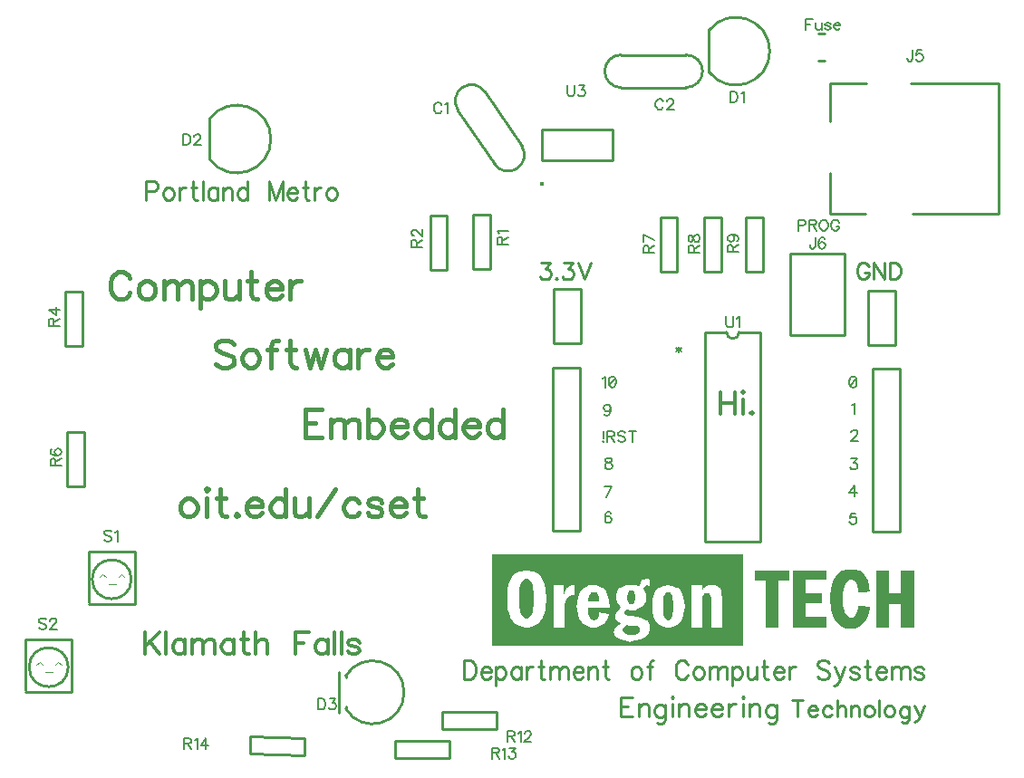
<source format=gbr>
G04 DipTrace 3.3.1.2*
G04 TopSilk.gbr*
%MOIN*%
G04 #@! TF.FileFunction,Legend,Top*
G04 #@! TF.Part,Single*
%ADD10C,0.009843*%
%ADD12C,0.003*%
%ADD33C,0.015403*%
%ADD81C,0.006176*%
%ADD82C,0.012351*%
%ADD83C,0.010807*%
%ADD84C,0.009264*%
%ADD85C,0.015439*%
%ADD89C,0.004632*%
%FSLAX26Y26*%
G04*
G70*
G90*
G75*
G01*
G04 TopSilk*
%LPD*%
X2282545Y2872375D2*
D10*
X2416677Y2673656D1*
X2183097Y2805242D2*
X2317229Y2606523D1*
G03X2416677Y2673656I49801J33452D01*
G01*
X2282545Y2872375D2*
G03X2183097Y2805242I-49801J-33452D01*
G01*
X2782784Y3008499D2*
X3022544D1*
X2782784Y2888499D2*
X3022544D1*
G03X3022544Y3008499I120J60000D01*
G01*
X2782784D2*
G03X2782784Y2888499I-120J-60000D01*
G01*
X3104769Y2947119D2*
Y3096994D1*
X3104994Y2946819D2*
G03X3104994Y3097294I99796J75238D01*
G01*
X1269740Y2623737D2*
Y2773612D1*
X1269965Y2623437D2*
G03X1269965Y2773912I99796J75238D01*
G01*
X1770172Y723497D2*
Y715600D1*
X1743598Y737411D2*
Y587402D1*
X1770172Y609214D2*
Y601316D1*
Y723497D2*
G02X1984740Y662407I98651J-60865D01*
G01*
X1770172Y601316D2*
G03X1984740Y662407I98651J60865D01*
G01*
X2533402Y1945776D2*
X2633402D1*
X2533402Y2145776D2*
Y1945776D1*
Y2145776D2*
X2633402D1*
Y1945776D1*
X3692146Y1939612D2*
X3792146D1*
X3692146Y2139612D2*
Y1939612D1*
Y2139612D2*
X3792146D1*
Y1939612D1*
X3809281Y1854353D2*
X3709280D1*
Y1254408D1*
X3809281D1*
Y1854353D1*
X2632382Y1856881D2*
X2532381D1*
Y1256936D1*
X2632382D1*
Y1856881D1*
X4172434Y2424783D2*
Y2905154D1*
Y2424783D2*
X3853529D1*
X3849568Y2905154D2*
X4172434D1*
X3680277Y2424783D2*
X3550339D1*
Y2574438D1*
Y2763410D2*
Y2905154D1*
X3684238D1*
X3606005Y2277013D2*
X3406005D1*
Y1977013D1*
X3606005D1*
Y2277013D1*
X2299947Y2421103D2*
Y2221463D1*
X2237447Y2221279D2*
X2299947D1*
X2237447Y2421103D2*
Y2221463D1*
Y2421287D2*
X2299947D1*
X2143165Y2416792D2*
Y2217152D1*
X2080665Y2216968D2*
X2143165D1*
X2080665Y2416792D2*
Y2217152D1*
Y2416976D2*
X2143165D1*
X737396Y1935642D2*
Y2135282D1*
X799896Y2135466D2*
X737396D1*
X799896Y1935642D2*
Y2135282D1*
Y1935458D2*
X737396D1*
X745039Y1420879D2*
Y1620519D1*
X807539Y1620703D2*
X745039D1*
X807539Y1420879D2*
Y1620519D1*
Y1420695D2*
X745039D1*
X2989880Y2409828D2*
Y2210188D1*
X2927380Y2210004D2*
X2989880D1*
X2927380Y2409828D2*
Y2210188D1*
Y2410012D2*
X2989880D1*
X3087704Y2211694D2*
Y2411334D1*
X3150204Y2411518D2*
X3087704D1*
X3150204Y2211694D2*
Y2411334D1*
Y2211510D2*
X3087704D1*
X3242435Y2211067D2*
Y2410707D1*
X3304935Y2410891D2*
X3242435D1*
X3304935Y2211067D2*
Y2410707D1*
Y2210883D2*
X3242435D1*
X3532496Y2988280D2*
X3508950D1*
X3532496Y3086713D2*
X3508950D1*
X2324736Y527167D2*
X2125096D1*
X2124912Y589667D2*
Y527167D1*
X2324736Y589667D2*
X2125096D1*
X2324920D2*
Y527167D1*
X2149754Y420928D2*
X1950114D1*
X1949930Y483428D2*
Y420928D1*
X2149754Y483428D2*
X1950114D1*
X2149938D2*
Y420928D1*
X1617394Y429848D2*
X1417848Y436408D1*
X1419687Y498879D2*
X1417664Y436408D1*
X1619417Y492311D2*
X1419871Y498871D1*
X1619601Y492311D2*
X1617578Y429840D1*
X824923Y1181535D2*
Y994047D1*
Y987787D2*
X993678D1*
Y1181535D1*
X824923D2*
X993678D1*
X837427Y1078413D2*
G02X837427Y1078413I71874J0D01*
G01*
X592908Y858206D2*
Y670718D1*
Y664458D2*
X761664D1*
Y858206D1*
X592908D2*
X761664D1*
X605412Y755084D2*
G02X605412Y755084I71874J0D01*
G01*
X3295926Y1987853D2*
Y1216199D1*
X3091192D2*
X3295926D1*
X3091192Y1987853D2*
Y1216199D1*
Y1987853D2*
X3169933D1*
X3295926D2*
X3217185D1*
X3169933D2*
G03X3217185Y1987853I23626J13D01*
G01*
D33*
X2492294Y2532814D3*
X2491255Y2622046D2*
D10*
X2751085D1*
X2491255Y2732294D2*
X2751085D1*
Y2622046D2*
Y2732294D1*
X2491255Y2622046D2*
Y2732294D1*
X2308948Y1171854D2*
D12*
X3226948D1*
X2308948Y1168854D2*
X3226948D1*
X2308948Y1165854D2*
X3226948D1*
X2308948Y1162854D2*
X3226948D1*
X2308948Y1159854D2*
X3226948D1*
X2308948Y1156854D2*
X3226948D1*
X2308948Y1153854D2*
X3226948D1*
X2308948Y1150854D2*
X3226948D1*
X2308948Y1147854D2*
X3226948D1*
X2308948Y1144854D2*
X3226948D1*
X2308948Y1141854D2*
X3226948D1*
X2308948Y1138854D2*
X3226948D1*
X2308948Y1135854D2*
X3226948D1*
X2308948Y1132854D2*
X3226948D1*
X2308948Y1129854D2*
X3226948D1*
X2308948Y1126854D2*
X3226948D1*
X2308948Y1123854D2*
X3226948D1*
X2308948Y1120854D2*
X3226948D1*
X2308948Y1117854D2*
X3226948D1*
X2308948Y1114854D2*
X2424367D1*
X2442528D2*
X3226948D1*
X3607948D2*
X3646948D1*
X2308948Y1111854D2*
X2412756D1*
X2454139D2*
X3226948D1*
X3274948D2*
X3397948D1*
X3415948D2*
X3535948D1*
X3600227D2*
X3653181D1*
X3721948D2*
X3763948D1*
X3811948D2*
X3856948D1*
X2308948Y1108854D2*
X2403801D1*
X2463082D2*
X3226948D1*
X3274948D2*
X3397948D1*
X3415948D2*
X3535948D1*
X3593619D2*
X3658648D1*
X3721948D2*
X3763948D1*
X3811948D2*
X3856948D1*
X2308948Y1105854D2*
X2397083D1*
X2469695D2*
X3226948D1*
X3274948D2*
X3397948D1*
X3415948D2*
X3535948D1*
X3588186D2*
X3663297D1*
X3721948D2*
X3763948D1*
X3811948D2*
X3856948D1*
X2308948Y1102854D2*
X2391913D1*
X2474494D2*
X3226948D1*
X3274948D2*
X3397948D1*
X3415948D2*
X3535948D1*
X3583936D2*
X3667209D1*
X3721948D2*
X3763948D1*
X3811948D2*
X3856948D1*
X2308948Y1099854D2*
X2387811D1*
X2477983D2*
X3226948D1*
X3274948D2*
X3397948D1*
X3415948D2*
X3535948D1*
X3580391D2*
X3670632D1*
X3721948D2*
X3763948D1*
X3811948D2*
X3856948D1*
X2308948Y1096854D2*
X2384407D1*
X2481000D2*
X3226948D1*
X3274948D2*
X3397948D1*
X3415948D2*
X3535948D1*
X3577095D2*
X3673714D1*
X3721948D2*
X3763948D1*
X3811948D2*
X3856948D1*
X2308948Y1093854D2*
X2381577D1*
X2484014D2*
X3226948D1*
X3274948D2*
X3397948D1*
X3415948D2*
X3535948D1*
X3574216D2*
X3676394D1*
X3721948D2*
X3763948D1*
X3811948D2*
X3856948D1*
X2308948Y1090854D2*
X2379224D1*
X2486752D2*
X3226948D1*
X3274948D2*
X3397948D1*
X3415948D2*
X3535948D1*
X3571900D2*
X3678597D1*
X3721948D2*
X3763948D1*
X3811948D2*
X3856948D1*
X2308948Y1087854D2*
X2377080D1*
X2488922D2*
X3226948D1*
X3274948D2*
X3397948D1*
X3415948D2*
X3535948D1*
X3569990D2*
X3680444D1*
X3721948D2*
X3763948D1*
X3811948D2*
X3856948D1*
X2308948Y1084854D2*
X2375080D1*
X2490522D2*
X2871127D1*
X2880768D2*
X3226948D1*
X3274948D2*
X3397948D1*
X3415948D2*
X3535948D1*
X3568313D2*
X3682100D1*
X3721948D2*
X3763948D1*
X3811948D2*
X3856948D1*
X2308948Y1081854D2*
X2373467D1*
X2491762D2*
X2864629D1*
X2884824D2*
X3226948D1*
X3274948D2*
X3397948D1*
X3415948D2*
X3535948D1*
X3566739D2*
X3683660D1*
X3721948D2*
X3763948D1*
X3811948D2*
X3856948D1*
X2308948Y1078854D2*
X2372198D1*
X2428948D2*
X2434948D1*
X2493006D2*
X2859737D1*
X2886424D2*
X3226948D1*
X3274948D2*
X3397948D1*
X3415948D2*
X3535948D1*
X3565214D2*
X3685174D1*
X3721948D2*
X3763948D1*
X3811948D2*
X3856948D1*
X2308948Y1075854D2*
X2371031D1*
X2424677D2*
X2440705D1*
X2494440D2*
X2856250D1*
X2887295D2*
X3226948D1*
X3274948D2*
X3397948D1*
X3415948D2*
X3457948D1*
X3563713D2*
X3617651D1*
X3636894D2*
X3686575D1*
X3721948D2*
X3763948D1*
X3811948D2*
X3856948D1*
X2308948Y1072854D2*
X2369965D1*
X2421200D2*
X2445311D1*
X2496135D2*
X2853942D1*
X2887691D2*
X3226948D1*
X3313948D2*
X3358948D1*
X3415948D2*
X3457948D1*
X3562306D2*
X3613293D1*
X3640893D2*
X3687698D1*
X3721948D2*
X3763948D1*
X3811948D2*
X3856948D1*
X2308948Y1069854D2*
X2368971D1*
X2418495D2*
X2448696D1*
X2497927D2*
X2852379D1*
X2887853D2*
X3226948D1*
X3313948D2*
X3358948D1*
X3415948D2*
X3457948D1*
X3561091D2*
X3610113D1*
X3644016D2*
X3688478D1*
X3721948D2*
X3763948D1*
X3811948D2*
X3856948D1*
X2308948Y1066854D2*
X2367839D1*
X2416188D2*
X2450970D1*
X2499368D2*
X2851107D1*
X2887914D2*
X3226948D1*
X3313948D2*
X3358948D1*
X3415948D2*
X3457948D1*
X3560035D2*
X3607789D1*
X3646584D2*
X3689200D1*
X3721948D2*
X3763948D1*
X3811948D2*
X3856948D1*
X2308948Y1063854D2*
X2366550D1*
X2414132D2*
X2452522D1*
X2500331D2*
X2850096D1*
X2887936D2*
X3226948D1*
X3313948D2*
X3358948D1*
X3415948D2*
X3457948D1*
X3558977D2*
X3605937D1*
X3648680D2*
X3690069D1*
X3721948D2*
X3763948D1*
X3811948D2*
X3856948D1*
X2308948Y1060854D2*
X2365252D1*
X2412599D2*
X2453789D1*
X2501140D2*
X2849433D1*
X2887944D2*
X2952957D1*
X2953885D2*
X3226948D1*
X3313948D2*
X3358948D1*
X3415948D2*
X3457948D1*
X3558045D2*
X3604400D1*
X3650368D2*
X3690899D1*
X3721948D2*
X3763948D1*
X3811948D2*
X3856948D1*
X2308948Y1057854D2*
X2364184D1*
X2411691D2*
X2454791D1*
X2502046D2*
X2530948D1*
X2569948D2*
X2591898D1*
X2611948D2*
X2657423D1*
X2697883D2*
X2793115D1*
X2839948D2*
X2848948D1*
X2875948D2*
X2878948D1*
X2887948D2*
X2939591D1*
X2968262D2*
X3038651D1*
X3079948D2*
X3095886D1*
X3133358D2*
X3226948D1*
X3313948D2*
X3358948D1*
X3415948D2*
X3457948D1*
X3557356D2*
X3603226D1*
X3651605D2*
X3691445D1*
X3721948D2*
X3763948D1*
X3811948D2*
X3856948D1*
X2308948Y1054854D2*
X2363525D1*
X2411145D2*
X2455406D1*
X2502891D2*
X2530948D1*
X2569948D2*
X2587608D1*
X2611948D2*
X2652284D1*
X2704776D2*
X2786500D1*
X2872397D2*
X2929632D1*
X2978449D2*
X3036872D1*
X3079948D2*
X3091503D1*
X3138101D2*
X3226948D1*
X3313948D2*
X3358948D1*
X3415948D2*
X3457948D1*
X3556672D2*
X3602427D1*
X3652331D2*
X3691732D1*
X3721948D2*
X3763948D1*
X3811948D2*
X3856948D1*
X2308948Y1051854D2*
X2363180D1*
X2410570D2*
X2455718D1*
X2503442D2*
X2530948D1*
X2569948D2*
X2584055D1*
X2611948D2*
X2647560D1*
X2710493D2*
X2781120D1*
X2869377D2*
X2922438D1*
X2985616D2*
X3036893D1*
X3079948D2*
X3087670D1*
X3142000D2*
X3226948D1*
X3313948D2*
X3358948D1*
X3415948D2*
X3457948D1*
X3555818D2*
X3601699D1*
X3652701D2*
X3691874D1*
X3721948D2*
X3763948D1*
X3811948D2*
X3856948D1*
X2308948Y1048854D2*
X2362926D1*
X2409774D2*
X2455857D1*
X2503731D2*
X2530948D1*
X2569948D2*
X2581148D1*
X2611948D2*
X2643315D1*
X2715143D2*
X2776533D1*
X2867202D2*
X2917151D1*
X2990929D2*
X3037252D1*
X3079948D2*
X3084396D1*
X3145093D2*
X3226948D1*
X3313948D2*
X3358948D1*
X3415948D2*
X3457948D1*
X3554993D2*
X3600816D1*
X3652964D2*
X3692033D1*
X3721948D2*
X3763948D1*
X3811948D2*
X3856948D1*
X2308948Y1045854D2*
X2362484D1*
X2408976D2*
X2455926D1*
X2503862D2*
X2530948D1*
X2569948D2*
X2578856D1*
X2611948D2*
X2639675D1*
X2718799D2*
X2772736D1*
X2865679D2*
X2913242D1*
X2995071D2*
X3037584D1*
X3079948D2*
X3081929D1*
X3147468D2*
X3226948D1*
X3313948D2*
X3358948D1*
X3415948D2*
X3457948D1*
X3554449D2*
X3599879D1*
X3653410D2*
X3692438D1*
X3721948D2*
X3763948D1*
X3811948D2*
X3856948D1*
X2308948Y1042854D2*
X2361742D1*
X2408442D2*
X2456053D1*
X2503927D2*
X2530948D1*
X2569948D2*
X2576981D1*
X2611948D2*
X2636601D1*
X2721792D2*
X2769881D1*
X2866044D2*
X2910154D1*
X2998474D2*
X3037783D1*
X3079948D2*
D3*
X3149283D2*
X3226948D1*
X3313948D2*
X3358948D1*
X3415948D2*
X3457948D1*
X3554163D2*
X3598950D1*
X3654153D2*
X3693189D1*
X3721948D2*
X3763948D1*
X3811948D2*
X3856948D1*
X2308948Y1039854D2*
X2360965D1*
X2408161D2*
X2456443D1*
X2504053D2*
X2530948D1*
X2569948D2*
X2575410D1*
X2611948D2*
X2633896D1*
X2724443D2*
X2767797D1*
X2867833D2*
X2907469D1*
X3001201D2*
X3037880D1*
X3150574D2*
X3226948D1*
X3313948D2*
X3358948D1*
X3415948D2*
X3457948D1*
X3554021D2*
X3597945D1*
X3654938D2*
X3694085D1*
X3721948D2*
X3763948D1*
X3811948D2*
X3856948D1*
X2308948Y1036854D2*
X2360439D1*
X2408032D2*
X2457164D1*
X2504443D2*
X2530948D1*
X2569948D2*
X2574120D1*
X2611948D2*
X2631371D1*
X2726652D2*
X2766283D1*
X2812948D2*
X2824948D1*
X2869760D2*
X2905249D1*
X3003171D2*
X3037922D1*
X3151319D2*
X3226948D1*
X3313948D2*
X3358948D1*
X3415948D2*
X3457948D1*
X3553862D2*
X3597046D1*
X3655510D2*
X3694948D1*
X3721948D2*
X3763948D1*
X3811948D2*
X3856948D1*
X2308948Y1033854D2*
X2360159D1*
X2407979D2*
X2457934D1*
X2505164D2*
X2530948D1*
X2569948D2*
X2572955D1*
X2611948D2*
X2629213D1*
X2728320D2*
X2765106D1*
X2810537D2*
X2826796D1*
X2871385D2*
X2903577D1*
X3004609D2*
X3037938D1*
X3151686D2*
X3226948D1*
X3313948D2*
X3358948D1*
X3415948D2*
X3457948D1*
X3553459D2*
X3596469D1*
X3655948D2*
X3673948D1*
X3721948D2*
X3763948D1*
X3811948D2*
X3856948D1*
X2308948Y1030854D2*
X2360032D1*
X2407959D2*
X2458458D1*
X2505934D2*
X2530948D1*
X2569948D2*
X2571564D1*
X2611948D2*
X2627564D1*
X2671948D2*
X2689948D1*
X2729701D2*
X2764002D1*
X2808771D2*
X2828401D1*
X2872675D2*
X2902195D1*
X2947948D2*
X2959948D1*
X3005933D2*
X3037944D1*
X3151857D2*
X3226948D1*
X3313948D2*
X3358948D1*
X3415948D2*
X3457948D1*
X3552733D2*
X3596170D1*
X3721948D2*
X3763948D1*
X3811948D2*
X3856948D1*
X2308948Y1027854D2*
X2359979D1*
X2407951D2*
X2458736D1*
X2506458D2*
X2530948D1*
X2569948D2*
D3*
X2611948D2*
X2626191D1*
X2669985D2*
X2692358D1*
X2730865D2*
X2763054D1*
X2807661D2*
X2829614D1*
X2873843D2*
X2901030D1*
X2945985D2*
X2962472D1*
X3007300D2*
X3037946D1*
X3088948D2*
X3103948D1*
X3152027D2*
X3226948D1*
X3313948D2*
X3358948D1*
X3415948D2*
X3517948D1*
X3551962D2*
X3596036D1*
X3721948D2*
X3856948D1*
X2308948Y1024854D2*
X2359959D1*
X2407949D2*
X2458863D1*
X2506736D2*
X2530948D1*
X2611948D2*
X2625029D1*
X2667995D2*
X2694124D1*
X2731888D2*
X2762359D1*
X2806791D2*
X2830333D1*
X2874809D2*
X2900007D1*
X2943995D2*
X2964611D1*
X3008627D2*
X3037947D1*
X3086896D2*
X3105796D1*
X3152434D2*
X3226948D1*
X3313948D2*
X3358948D1*
X3415948D2*
X3517948D1*
X3551438D2*
X3595980D1*
X3721948D2*
X3856948D1*
X2308948Y1021854D2*
X2359951D1*
X2407948D2*
X2458916D1*
X2506863D2*
X2530948D1*
X2611948D2*
X2624007D1*
X2666063D2*
X2695234D1*
X2732930D2*
X2761685D1*
X2805862D2*
X2830690D1*
X2875412D2*
X2898965D1*
X2942063D2*
X2966335D1*
X3009706D2*
X3037947D1*
X3085099D2*
X3107413D1*
X3153161D2*
X3226948D1*
X3313948D2*
X3358948D1*
X3415948D2*
X3517948D1*
X3551159D2*
X3595959D1*
X3721948D2*
X3856948D1*
X2308948Y1018854D2*
X2359949D1*
X2407948D2*
X2458936D1*
X2506916D2*
X2530948D1*
X2602383D2*
X2622965D1*
X2664575D2*
X2696104D1*
X2733854D2*
X2760935D1*
X2805020D2*
X2830847D1*
X2875720D2*
X2898041D1*
X2940575D2*
X2967592D1*
X3010380D2*
X3037947D1*
X3083856D2*
X3108731D1*
X3153933D2*
X3226948D1*
X3313948D2*
X3358948D1*
X3415948D2*
X3517948D1*
X3551032D2*
X3595952D1*
X3721948D2*
X3856948D1*
X2308948Y1015854D2*
X2359948D1*
X2407948D2*
X2458944D1*
X2506936D2*
X2530948D1*
X2595043D2*
X2622053D1*
X2663695D2*
X2697033D1*
X2734541D2*
X2760493D1*
X2804571D2*
X2830910D1*
X2875858D2*
X2897354D1*
X2939695D2*
X2968326D1*
X3010820D2*
X3037947D1*
X3082886D2*
X3109832D1*
X3154457D2*
X3226948D1*
X3313948D2*
X3358948D1*
X3415948D2*
X3517948D1*
X3550979D2*
X3595949D1*
X3721948D2*
X3856948D1*
X2308948Y1012854D2*
X2359948D1*
X2407948D2*
X2458946D1*
X2506944D2*
X2530948D1*
X2589742D2*
X2621460D1*
X2663259D2*
X2697886D1*
X2735223D2*
X2760679D1*
X2804664D2*
X2830934D1*
X2875914D2*
X2896672D1*
X2939259D2*
X2968688D1*
X3011351D2*
X3037948D1*
X3081903D2*
X3110896D1*
X3154736D2*
X3226948D1*
X3313948D2*
X3358948D1*
X3415948D2*
X3517948D1*
X3550959D2*
X3595948D1*
X3721948D2*
X3856948D1*
X2308948Y1009854D2*
X2359948D1*
X2407948D2*
X2458947D1*
X2506946D2*
X2530948D1*
X2585792D2*
X2621054D1*
X2663069D2*
X2698441D1*
X2736077D2*
X2761267D1*
X2805252D2*
X2830931D1*
X2875924D2*
X2895818D1*
X2939069D2*
X2968858D1*
X3012130D2*
X3037948D1*
X3081025D2*
X3111717D1*
X3154863D2*
X3226948D1*
X3313948D2*
X3358948D1*
X3415948D2*
X3517948D1*
X3550951D2*
X3595948D1*
X3721948D2*
X3856948D1*
X2308948Y1006854D2*
X2359948D1*
X2407948D2*
X2458947D1*
X2506947D2*
X2530948D1*
X2582834D2*
X2620536D1*
X2662992D2*
X2698731D1*
X2736902D2*
X2762043D1*
X2805967D2*
X2830829D1*
X2875826D2*
X2894993D1*
X2938992D2*
X2969027D1*
X3012934D2*
X3037948D1*
X3080460D2*
X3112166D1*
X3154916D2*
X3226948D1*
X3313948D2*
X3358948D1*
X3415948D2*
X3517948D1*
X3550949D2*
X3595948D1*
X3721948D2*
X3856948D1*
X2308948Y1003854D2*
X2359948D1*
X2407948D2*
X2458947D1*
X2506947D2*
X2530948D1*
X2580774D2*
X2619762D1*
X2662962D2*
X2698867D1*
X2737446D2*
X2762998D1*
X2806493D2*
X2830436D1*
X2875435D2*
X2894449D1*
X2938963D2*
X2969434D1*
X3013571D2*
X3037948D1*
X3080167D2*
X3111566D1*
X3154936D2*
X3226948D1*
X3313948D2*
X3358948D1*
X3415948D2*
X3517948D1*
X3550948D2*
X3595948D1*
X3721948D2*
X3856948D1*
X2308948Y1000854D2*
X2359948D1*
X2407948D2*
X2458947D1*
X2506947D2*
X2530948D1*
X2579315D2*
X2618972D1*
X2662948D2*
X2698948D1*
X2737744D2*
X2763979D1*
X2806992D2*
X2829603D1*
X2874612D2*
X2894163D1*
X2938953D2*
X2970161D1*
X3014234D2*
X3037948D1*
X3080034D2*
X3110887D1*
X3154944D2*
X3226948D1*
X3313948D2*
X3358948D1*
X3415948D2*
X3517948D1*
X3550959D2*
X3595948D1*
X3721948D2*
X3856948D1*
X2308948Y997854D2*
X2359948D1*
X2407948D2*
X2458948D1*
X2506947D2*
X2530948D1*
X2578085D2*
X2618441D1*
X2737979D2*
X2764942D1*
X2807691D2*
X2828363D1*
X2873449D2*
X2894033D1*
X2938949D2*
X2970933D1*
X3015081D2*
X3037948D1*
X3079980D2*
X3110408D1*
X3154946D2*
X3226948D1*
X3313948D2*
X3358948D1*
X3415948D2*
X3517948D1*
X3551065D2*
X3595948D1*
X3721948D2*
X3856948D1*
X2308948Y994854D2*
X2359948D1*
X2407948D2*
X2458948D1*
X2506936D2*
X2530948D1*
X2577097D2*
X2618160D1*
X2738415D2*
X2766073D1*
X2810060D2*
X2826768D1*
X2872090D2*
X2893979D1*
X2938936D2*
X2971457D1*
X3015903D2*
X3037948D1*
X3079959D2*
X3110148D1*
X3154947D2*
X3226948D1*
X3313948D2*
X3358948D1*
X3415948D2*
X3517948D1*
X3551447D2*
X3595948D1*
X3721948D2*
X3856948D1*
X2308948Y991854D2*
X2359948D1*
X2407948D2*
X2458936D1*
X2506830D2*
X2530948D1*
X2576487D2*
X2618020D1*
X2739154D2*
X2767476D1*
X2812948D2*
X2824948D1*
X2870555D2*
X2893959D1*
X2938831D2*
X2971736D1*
X3016447D2*
X3037948D1*
X3079951D2*
X3110028D1*
X3154947D2*
X3226948D1*
X3313948D2*
X3358948D1*
X3415948D2*
X3457948D1*
X3552166D2*
X3595948D1*
X3721948D2*
X3856948D1*
X2308948Y988854D2*
X2359959D1*
X2407948D2*
X2458830D1*
X2506448D2*
X2530948D1*
X2576176D2*
X2617853D1*
X2739931D2*
X2769272D1*
X2868780D2*
X2893951D1*
X2938460D2*
X2971863D1*
X3016732D2*
X3037948D1*
X3079949D2*
X3109978D1*
X3154947D2*
X3226948D1*
X3313948D2*
X3358948D1*
X3415948D2*
X3457948D1*
X3552935D2*
X3595948D1*
X3721948D2*
X3763948D1*
X3811948D2*
X3856948D1*
X2308948Y985854D2*
X2360065D1*
X2407948D2*
X2458448D1*
X2505729D2*
X2530948D1*
X2576038D2*
X2617369D1*
X2740457D2*
X2771546D1*
X2866727D2*
X2893949D1*
X2937847D2*
X2971916D1*
X3016862D2*
X3037948D1*
X3079948D2*
X3109958D1*
X3154947D2*
X3226948D1*
X3313948D2*
X3358948D1*
X3415948D2*
X3457948D1*
X3553458D2*
X3595959D1*
X3721948D2*
X3763948D1*
X3811948D2*
X3856948D1*
X2308948Y982854D2*
X2360447D1*
X2407959D2*
X2457729D1*
X2504960D2*
X2530948D1*
X2575981D2*
X2616336D1*
X2740736D2*
X2774051D1*
X2864300D2*
X2893948D1*
X2937460D2*
X2971936D1*
X3016916D2*
X3037948D1*
X3079948D2*
X3109951D1*
X3154948D2*
X3226948D1*
X3313948D2*
X3358948D1*
X3415948D2*
X3457948D1*
X3553736D2*
X3596065D1*
X3721948D2*
X3763948D1*
X3811948D2*
X3856948D1*
X2308948Y979854D2*
X2361166D1*
X2408065D2*
X2456960D1*
X2504437D2*
X2530948D1*
X2575959D2*
X2614948D1*
X2740863D2*
X2776356D1*
X2861085D2*
X2893948D1*
X2937655D2*
X2971944D1*
X3016936D2*
X3037948D1*
X3079948D2*
X3109949D1*
X3154948D2*
X3226948D1*
X3313948D2*
X3358948D1*
X3415948D2*
X3457948D1*
X3553863D2*
X3596447D1*
X3655948D2*
X3667948D1*
X3721948D2*
X3763948D1*
X3811948D2*
X3856948D1*
X2308948Y976854D2*
X2361935D1*
X2408447D2*
X2456437D1*
X2504159D2*
X2530948D1*
X2575952D2*
X2616332D1*
X2740918D2*
X2778363D1*
X2856838D2*
X2893948D1*
X2938146D2*
X2971946D1*
X3016932D2*
X3037948D1*
X3079948D2*
X3109948D1*
X3154948D2*
X3226948D1*
X3313948D2*
X3358948D1*
X3415948D2*
X3457948D1*
X3553928D2*
X3597177D1*
X3654922D2*
X3694948D1*
X3721948D2*
X3763948D1*
X3811948D2*
X3856948D1*
X2308948Y973854D2*
X2362458D1*
X2409166D2*
X2456159D1*
X2504032D2*
X2530948D1*
X2575949D2*
X2617194D1*
X2662948D2*
X2776504D1*
X2851447D2*
X2893948D1*
X2938542D2*
X2971935D1*
X3016829D2*
X3037948D1*
X3079948D2*
X3109948D1*
X3154948D2*
X3226948D1*
X3313948D2*
X3358948D1*
X3415948D2*
X3457948D1*
X3554053D2*
X3598052D1*
X3654029D2*
X3694833D1*
X3721948D2*
X3763948D1*
X3811948D2*
X3856948D1*
X2308948Y970854D2*
X2362748D1*
X2409935D2*
X2456032D1*
X2503967D2*
X2530948D1*
X2575948D2*
X2617630D1*
X2662948D2*
X2773935D1*
X2844649D2*
X2893948D1*
X2938768D2*
X2971830D1*
X3016448D2*
X3037948D1*
X3079948D2*
X3109948D1*
X3154948D2*
X3226948D1*
X3313948D2*
X3358948D1*
X3415948D2*
X3457948D1*
X3554443D2*
X3598957D1*
X3653449D2*
X3694449D1*
X3721948D2*
X3763948D1*
X3811948D2*
X3856948D1*
X2308948Y967854D2*
X2362981D1*
X2410458D2*
X2455967D1*
X2503842D2*
X2530948D1*
X2575948D2*
X2617835D1*
X2662948D2*
X2771108D1*
X2800948D2*
X2806948D1*
X2836948D2*
X2893959D1*
X2938875D2*
X2971448D1*
X3015729D2*
X3037948D1*
X3079948D2*
X3109948D1*
X3154948D2*
X3226948D1*
X3313948D2*
X3358948D1*
X3415948D2*
X3457948D1*
X3555164D2*
X3599954D1*
X3653049D2*
X3693730D1*
X3721948D2*
X3763948D1*
X3811948D2*
X3856948D1*
X2308948Y964854D2*
X2363427D1*
X2410748D2*
X2455842D1*
X2503452D2*
X2530948D1*
X2575948D2*
X2618019D1*
X2662948D2*
X2768384D1*
X2797726D2*
X2894065D1*
X2938920D2*
X2970729D1*
X3014949D2*
X3037948D1*
X3079948D2*
X3109948D1*
X3154948D2*
X3226948D1*
X3313948D2*
X3358948D1*
X3415948D2*
X3457948D1*
X3555946D2*
X3600862D1*
X3652523D2*
X3692960D1*
X3721948D2*
X3763948D1*
X3811948D2*
X3856948D1*
X2308948Y961854D2*
X2364271D1*
X2410992D2*
X2455440D1*
X2502731D2*
X2530948D1*
X2575948D2*
X2618431D1*
X2662948D2*
X2765817D1*
X2795022D2*
X2894447D1*
X2938938D2*
X2969960D1*
X3014320D2*
X3037948D1*
X3079948D2*
X3109948D1*
X3154948D2*
X3226948D1*
X3313948D2*
X3358948D1*
X3415948D2*
X3457948D1*
X3556575D2*
X3601544D1*
X3651645D2*
X3692425D1*
X3721948D2*
X3763948D1*
X3811948D2*
X3856948D1*
X2308948Y958854D2*
X2365430D1*
X2411533D2*
X2454614D1*
X2501949D2*
X2530948D1*
X2575948D2*
X2619160D1*
X2662948D2*
X2763355D1*
X2793734D2*
X2895166D1*
X2938944D2*
X2969437D1*
X3013659D2*
X3037948D1*
X3079948D2*
X3109948D1*
X3154948D2*
X3226948D1*
X3313948D2*
X3358948D1*
X3415948D2*
X3457948D1*
X3557236D2*
X3602236D1*
X3650461D2*
X3692042D1*
X3721948D2*
X3763948D1*
X3811948D2*
X3856948D1*
X2308948Y955854D2*
X2366686D1*
X2412666D2*
X2453449D1*
X2501308D2*
X2530948D1*
X2575948D2*
X2619945D1*
X2662948D2*
X2698936D1*
X2716948D2*
X2761309D1*
X2794110D2*
X2895935D1*
X2938946D2*
X2969159D1*
X3012814D2*
X3037948D1*
X3079948D2*
X3109948D1*
X3154948D2*
X3226948D1*
X3313948D2*
X3358948D1*
X3415948D2*
X3457948D1*
X3558093D2*
X3603218D1*
X3649094D2*
X3691532D1*
X3721948D2*
X3763948D1*
X3811948D2*
X3856948D1*
X2308948Y952854D2*
X2367840D1*
X2414278D2*
X2452079D1*
X2500542D2*
X2530948D1*
X2575948D2*
X2620575D1*
X2662959D2*
X2698830D1*
X2737948D2*
X2759944D1*
X2796533D2*
X2896470D1*
X2938959D2*
X2969020D1*
X3011992D2*
X3037948D1*
X3079948D2*
X3109948D1*
X3154948D2*
X3226948D1*
X3313948D2*
X3358948D1*
X3415948D2*
X3457948D1*
X3559032D2*
X3604648D1*
X3647545D2*
X3690749D1*
X3721948D2*
X3763948D1*
X3811948D2*
X3856948D1*
X2308948Y949854D2*
X2368873D1*
X2416096D2*
X2450414D1*
X2499314D2*
X2530948D1*
X2575948D2*
X2621235D1*
X2663076D2*
X2698448D1*
X2737484D2*
X2758932D1*
X2799955D2*
X2896853D1*
X2939065D2*
X2968862D1*
X3011437D2*
X3037948D1*
X3079948D2*
X3109948D1*
X3154948D2*
X3226948D1*
X3313948D2*
X3358948D1*
X3415948D2*
X3457948D1*
X3560063D2*
X3606794D1*
X3645675D2*
X3689854D1*
X3721948D2*
X3763948D1*
X3811948D2*
X3856948D1*
X2308948Y946854D2*
X2369934D1*
X2418344D2*
X2448047D1*
X2497762D2*
X2530948D1*
X2575948D2*
X2622093D1*
X2663576D2*
X2697718D1*
X2736728D2*
X2758032D1*
X2803948D2*
X2897363D1*
X2939459D2*
X2968448D1*
X3011046D2*
X3037948D1*
X3079948D2*
X3109948D1*
X3154948D2*
X3226948D1*
X3313948D2*
X3358948D1*
X3415948D2*
X3457948D1*
X3561450D2*
X3609809D1*
X3643359D2*
X3688930D1*
X3721948D2*
X3763948D1*
X3811948D2*
X3856948D1*
X2308948Y943854D2*
X2370956D1*
X2421662D2*
X2444524D1*
X2496344D2*
X2530948D1*
X2575948D2*
X2623020D1*
X2664806D2*
X2696808D1*
X2735846D2*
X2757286D1*
X2839524D2*
X2898146D1*
X2940306D2*
X2967593D1*
X3010533D2*
X3037948D1*
X3079948D2*
X3109948D1*
X3154948D2*
X3226948D1*
X3313948D2*
X3358948D1*
X3415948D2*
X3457948D1*
X3563079D2*
X3613324D1*
X3640719D2*
X3687813D1*
X3721948D2*
X3763948D1*
X3811948D2*
X3856948D1*
X2308948Y940854D2*
X2371934D1*
X2426387D2*
X2439965D1*
X2495141D2*
X2530948D1*
X2575948D2*
X2623946D1*
X2666907D2*
X2695557D1*
X2734938D2*
X2757630D1*
X2853436D2*
X2899041D1*
X2941689D2*
X2966208D1*
X3009750D2*
X3037948D1*
X3079948D2*
X3109948D1*
X3154948D2*
X3226948D1*
X3313948D2*
X3358948D1*
X3415948D2*
X3535948D1*
X3564530D2*
X3616948D1*
X3637948D2*
X3686428D1*
X3721948D2*
X3763948D1*
X3811948D2*
X3856948D1*
X2308948Y937854D2*
X2373070D1*
X2431948D2*
X2434948D1*
X2493897D2*
X2530948D1*
X2575948D2*
X2624974D1*
X2669880D2*
X2693740D1*
X2733929D2*
X2758268D1*
X2863183D2*
X2899965D1*
X2943885D2*
X2964010D1*
X3008855D2*
X3037948D1*
X3079948D2*
X3109948D1*
X3154948D2*
X3226948D1*
X3313948D2*
X3358948D1*
X3415948D2*
X3535948D1*
X3565746D2*
X3684739D1*
X3721948D2*
X3763948D1*
X3811948D2*
X3856948D1*
X2308948Y934854D2*
X2374463D1*
X2492448D2*
X2530948D1*
X2575948D2*
X2626084D1*
X2673687D2*
X2689191D1*
X2732927D2*
X2759158D1*
X2869876D2*
X2901082D1*
X2947123D2*
X2960772D1*
X3007930D2*
X3037948D1*
X3079948D2*
X3109948D1*
X3154948D2*
X3226948D1*
X3313948D2*
X3358948D1*
X3415948D2*
X3535948D1*
X3566995D2*
X3682836D1*
X3721948D2*
X3763948D1*
X3811948D2*
X3856948D1*
X2308948Y931854D2*
X2376154D1*
X2490645D2*
X2530948D1*
X2575948D2*
X2627437D1*
X2677948D2*
X2683948D1*
X2731946D2*
X2760509D1*
X2874652D2*
X2902467D1*
X2950948D2*
X2956948D1*
X3006813D2*
X3037948D1*
X3079948D2*
X3109948D1*
X3154948D2*
X3226948D1*
X3313948D2*
X3358948D1*
X3415948D2*
X3535948D1*
X3568446D2*
X3680921D1*
X3721948D2*
X3763948D1*
X3811948D2*
X3856948D1*
X2308948Y928854D2*
X2378059D1*
X2488446D2*
X2530948D1*
X2575948D2*
X2629290D1*
X2730706D2*
X2762338D1*
X2878316D2*
X2904156D1*
X3005416D2*
X3037948D1*
X3079948D2*
X3109948D1*
X3154948D2*
X3226948D1*
X3313948D2*
X3358948D1*
X3415948D2*
X3535948D1*
X3570261D2*
X3678940D1*
X3721948D2*
X3763948D1*
X3811948D2*
X3856948D1*
X2308948Y925854D2*
X2379997D1*
X2486087D2*
X2530948D1*
X2575948D2*
X2631451D1*
X2728932D2*
X2764673D1*
X2881145D2*
X2906059D1*
X3003622D2*
X3037948D1*
X3079948D2*
X3109948D1*
X3154948D2*
X3226948D1*
X3313948D2*
X3358948D1*
X3415948D2*
X3535948D1*
X3572554D2*
X3676803D1*
X3721948D2*
X3763948D1*
X3811948D2*
X3856948D1*
X2308948Y922854D2*
X2382177D1*
X2483672D2*
X2530948D1*
X2575948D2*
X2633677D1*
X2726511D2*
X2767910D1*
X2883152D2*
X2907997D1*
X3001325D2*
X3037948D1*
X3079948D2*
X3109948D1*
X3154948D2*
X3226948D1*
X3313948D2*
X3358948D1*
X3415948D2*
X3535948D1*
X3575202D2*
X3674453D1*
X3721948D2*
X3763948D1*
X3811948D2*
X3856948D1*
X2308948Y919854D2*
X2384997D1*
X2481051D2*
X2530948D1*
X2575948D2*
X2635976D1*
X2723720D2*
X2772180D1*
X2884591D2*
X2910177D1*
X2998574D2*
X3037948D1*
X3079948D2*
X3109948D1*
X3154948D2*
X3226948D1*
X3313948D2*
X3358948D1*
X3415948D2*
X3535948D1*
X3578059D2*
X3671722D1*
X3721948D2*
X3763948D1*
X3811948D2*
X3856948D1*
X2308948Y916854D2*
X2388624D1*
X2478047D2*
X2530948D1*
X2575948D2*
X2638530D1*
X2720782D2*
X2776948D1*
X2885814D2*
X2912985D1*
X2995348D2*
X3037948D1*
X3079948D2*
X3109948D1*
X3154948D2*
X3226948D1*
X3313948D2*
X3358948D1*
X3415948D2*
X3535948D1*
X3581125D2*
X3668691D1*
X3721948D2*
X3763948D1*
X3811948D2*
X3856948D1*
X2308948Y913854D2*
X2393093D1*
X2474315D2*
X2530948D1*
X2575948D2*
X2641910D1*
X2717270D2*
X2772460D1*
X2886800D2*
X2916566D1*
X2991634D2*
X3037948D1*
X3079948D2*
X3109948D1*
X3154948D2*
X3226948D1*
X3313948D2*
X3358948D1*
X3415948D2*
X3535948D1*
X3584706D2*
X3665304D1*
X3721948D2*
X3763948D1*
X3811948D2*
X3856948D1*
X2308948Y910854D2*
X2398684D1*
X2469246D2*
X2530948D1*
X2575948D2*
X2646674D1*
X2712669D2*
X2768319D1*
X2800948D2*
X2803948D1*
X2887409D2*
X2921155D1*
X2987317D2*
X3037948D1*
X3079948D2*
X3109948D1*
X3154948D2*
X3226948D1*
X3313948D2*
X3358948D1*
X3415948D2*
X3535948D1*
X3589300D2*
X3660993D1*
X3721948D2*
X3763948D1*
X3811948D2*
X3856948D1*
X2308948Y907854D2*
X2406277D1*
X2462087D2*
X2530948D1*
X2575948D2*
X2653279D1*
X2706299D2*
X2764547D1*
X2797038D2*
X2839948D1*
X2887719D2*
X2927687D1*
X2981482D2*
X3037948D1*
X3079948D2*
X3109948D1*
X3154948D2*
X3226948D1*
X3313948D2*
X3358948D1*
X3415948D2*
X3535948D1*
X3595025D2*
X3655686D1*
X3721948D2*
X3763948D1*
X3811948D2*
X3856948D1*
X2308948Y904854D2*
X2416692D1*
X2452303D2*
X2530948D1*
X2575948D2*
X2661999D1*
X2697429D2*
X2761314D1*
X2794037D2*
X2843383D1*
X2887858D2*
X2936980D1*
X2973064D2*
X3037948D1*
X3079948D2*
X3109948D1*
X3154948D2*
X3226948D1*
X3313948D2*
X3358948D1*
X3415948D2*
X3535948D1*
X3601404D2*
X3649891D1*
X3721948D2*
X3763948D1*
X3811948D2*
X3856948D1*
X2308948Y901854D2*
X2428948D1*
X2440948D2*
X2671948D1*
X2686948D2*
X2758599D1*
X2791878D2*
X2846414D1*
X2887914D2*
X2947948D1*
X2962948D2*
X3226948D1*
X3607948D2*
X3643948D1*
X2308948Y898854D2*
X2756314D1*
X2790428D2*
X2847700D1*
X2887924D2*
X3226948D1*
X2308948Y895854D2*
X2754672D1*
X2789627D2*
X2848409D1*
X2887826D2*
X3226948D1*
X2308948Y892854D2*
X2753730D1*
X2789352D2*
X2848711D1*
X2887447D2*
X3226948D1*
X2308948Y889854D2*
X2753272D1*
X2789422D2*
X2848599D1*
X2886717D2*
X3226948D1*
X2308948Y886854D2*
X2753085D1*
X2790674D2*
X2848066D1*
X2885831D2*
X3226948D1*
X2308948Y883854D2*
X2753111D1*
X2794426D2*
X2844810D1*
X2884820D2*
X3226948D1*
X2308948Y880854D2*
X2753475D1*
X2800082D2*
X2839855D1*
X2883430D2*
X3226948D1*
X2308948Y877854D2*
X2754288D1*
X2806948D2*
X2833948D1*
X2881698D2*
X3226948D1*
X2308948Y874854D2*
X2755459D1*
X2879841D2*
X3226948D1*
X2308948Y871854D2*
X2756923D1*
X2877696D2*
X3226948D1*
X2308948Y868854D2*
X2758851D1*
X2874902D2*
X3226948D1*
X2308948Y865854D2*
X2761473D1*
X2871362D2*
X3226948D1*
X2308948Y862854D2*
X2764959D1*
X2867031D2*
X3226948D1*
X2308948Y859854D2*
X2770094D1*
X2861048D2*
X3226948D1*
X2308948Y856854D2*
X2778698D1*
X2851354D2*
X3226948D1*
X2308948Y853854D2*
X2791625D1*
X2836645D2*
X3226948D1*
X2308948Y850854D2*
X2806948D1*
X2812948D2*
D3*
X2818948D2*
X3226948D1*
X2308948Y847854D2*
X3226948D1*
X2308948Y844854D2*
X3226948D1*
X2308948Y841854D2*
X3226948D1*
X2308948Y838854D2*
X3226948D1*
X2308948Y835854D2*
X3226948D1*
X2308948Y1171854D2*
Y1168854D1*
Y1165854D1*
Y1162854D1*
Y1159854D1*
Y1156854D1*
Y1153854D1*
Y1150854D1*
Y1147854D1*
Y1144854D1*
Y1141854D1*
Y1138854D1*
Y1135854D1*
Y1132854D1*
Y1129854D1*
Y1126854D1*
Y1123854D1*
Y1120854D1*
Y1117854D1*
Y1114854D1*
Y1111854D1*
Y1108854D1*
Y1105854D1*
Y1102854D1*
Y1099854D1*
Y1096854D1*
Y1093854D1*
Y1090854D1*
Y1087854D1*
Y1084854D1*
Y1081854D1*
Y1078854D1*
Y1075854D1*
Y1072854D1*
Y1069854D1*
Y1066854D1*
Y1063854D1*
Y1060854D1*
Y1057854D1*
Y1054854D1*
Y1051854D1*
Y1048854D1*
Y1045854D1*
Y1042854D1*
Y1039854D1*
Y1036854D1*
Y1033854D1*
Y1030854D1*
Y1027854D1*
Y1024854D1*
Y1021854D1*
Y1018854D1*
Y1015854D1*
Y1012854D1*
Y1009854D1*
Y1006854D1*
Y1003854D1*
Y1000854D1*
Y997854D1*
Y994854D1*
Y991854D1*
Y988854D1*
Y985854D1*
Y982854D1*
Y979854D1*
Y976854D1*
Y973854D1*
Y970854D1*
Y967854D1*
Y964854D1*
Y961854D1*
Y958854D1*
Y955854D1*
Y952854D1*
Y949854D1*
Y946854D1*
Y943854D1*
Y940854D1*
Y937854D1*
Y934854D1*
Y931854D1*
Y928854D1*
Y925854D1*
Y922854D1*
Y919854D1*
Y916854D1*
Y913854D1*
Y910854D1*
Y907854D1*
Y904854D1*
Y901854D1*
Y898854D1*
Y895854D1*
Y892854D1*
Y889854D1*
Y886854D1*
Y883854D1*
Y880854D1*
Y877854D1*
Y874854D1*
Y871854D1*
Y868854D1*
Y865854D1*
Y862854D1*
Y859854D1*
Y856854D1*
Y853854D1*
Y850854D1*
Y847854D1*
Y844854D1*
Y841854D1*
Y838854D1*
Y835854D1*
X3226948Y1171854D2*
Y1168854D1*
Y1165854D1*
Y1162854D1*
Y1159854D1*
Y1156854D1*
Y1153854D1*
Y1150854D1*
Y1147854D1*
Y1144854D1*
Y1141854D1*
Y1138854D1*
Y1135854D1*
Y1132854D1*
Y1129854D1*
Y1126854D1*
Y1123854D1*
Y1120854D1*
Y1117854D1*
Y1114854D1*
Y1111854D1*
Y1108854D1*
Y1105854D1*
Y1102854D1*
Y1099854D1*
Y1096854D1*
Y1093854D1*
Y1090854D1*
Y1087854D1*
Y1084854D1*
Y1081854D1*
Y1078854D1*
Y1075854D1*
Y1072854D1*
Y1069854D1*
Y1066854D1*
Y1063854D1*
Y1060854D1*
Y1057854D1*
Y1054854D1*
Y1051854D1*
Y1048854D1*
Y1045854D1*
Y1042854D1*
Y1039854D1*
Y1036854D1*
Y1033854D1*
Y1030854D1*
Y1027854D1*
Y1024854D1*
Y1021854D1*
Y1018854D1*
Y1015854D1*
Y1012854D1*
Y1009854D1*
Y1006854D1*
Y1003854D1*
Y1000854D1*
Y997854D1*
Y994854D1*
Y991854D1*
Y988854D1*
Y985854D1*
Y982854D1*
Y979854D1*
Y976854D1*
Y973854D1*
Y970854D1*
Y967854D1*
Y964854D1*
Y961854D1*
Y958854D1*
Y955854D1*
Y952854D1*
Y949854D1*
Y946854D1*
Y943854D1*
Y940854D1*
Y937854D1*
Y934854D1*
Y931854D1*
Y928854D1*
Y925854D1*
Y922854D1*
Y919854D1*
Y916854D1*
Y913854D1*
Y910854D1*
Y907854D1*
Y904854D1*
Y901854D1*
Y898854D1*
Y895854D1*
Y892854D1*
Y889854D1*
Y886854D1*
Y883854D1*
Y880854D1*
Y877854D1*
Y874854D1*
Y871854D1*
Y868854D1*
Y865854D1*
Y862854D1*
Y859854D1*
Y856854D1*
Y853854D1*
Y850854D1*
Y847854D1*
Y844854D1*
Y841854D1*
Y838854D1*
Y835854D1*
X2437948Y1117854D2*
X2424367Y1114854D1*
X2412756Y1111854D1*
X2403801Y1108854D1*
X2397083Y1105854D1*
X2391913Y1102854D1*
X2387811Y1099854D1*
X2384407Y1096854D1*
X2381577Y1093854D1*
X2379224Y1090854D1*
X2377080Y1087854D1*
X2375080Y1084854D1*
X2373467Y1081854D1*
X2372198Y1078854D1*
X2371031Y1075854D1*
X2369965Y1072854D1*
X2368971Y1069854D1*
X2367839Y1066854D1*
X2366550Y1063854D1*
X2365252Y1060854D1*
X2364184Y1057854D1*
X2363525Y1054854D1*
X2363180Y1051854D1*
X2362926Y1048854D1*
X2362484Y1045854D1*
X2361742Y1042854D1*
X2360965Y1039854D1*
X2360439Y1036854D1*
X2360159Y1033854D1*
X2360032Y1030854D1*
X2359979Y1027854D1*
X2359959Y1024854D1*
X2359951Y1021854D1*
X2359949Y1018854D1*
X2359948Y1015854D1*
Y1012854D1*
Y1009854D1*
Y1006854D1*
Y1003854D1*
Y1000854D1*
Y997854D1*
Y994854D1*
Y991854D1*
X2359959Y988854D1*
X2360065Y985854D1*
X2360447Y982854D1*
X2361166Y979854D1*
X2361935Y976854D1*
X2362458Y973854D1*
X2362748Y970854D1*
X2362981Y967854D1*
X2363427Y964854D1*
X2364271Y961854D1*
X2365430Y958854D1*
X2366686Y955854D1*
X2367840Y952854D1*
X2368873Y949854D1*
X2369934Y946854D1*
X2370956Y943854D1*
X2371934Y940854D1*
X2373070Y937854D1*
X2374463Y934854D1*
X2376154Y931854D1*
X2378059Y928854D1*
X2379997Y925854D1*
X2382177Y922854D1*
X2384997Y919854D1*
X2388624Y916854D1*
X2393093Y913854D1*
X2398684Y910854D1*
X2406277Y907854D1*
X2416692Y904854D1*
X2428948Y901854D1*
Y1117854D2*
X2442528Y1114854D1*
X2454139Y1111854D1*
X2463082Y1108854D1*
X2469695Y1105854D1*
X2474494Y1102854D1*
X2477983Y1099854D1*
X2481000Y1096854D1*
X2484014Y1093854D1*
X2486752Y1090854D1*
X2488922Y1087854D1*
X2490522Y1084854D1*
X2491762Y1081854D1*
X2493006Y1078854D1*
X2494440Y1075854D1*
X2496135Y1072854D1*
X2497927Y1069854D1*
X2499368Y1066854D1*
X2500331Y1063854D1*
X2501140Y1060854D1*
X2502046Y1057854D1*
X2502891Y1054854D1*
X2503442Y1051854D1*
X2503731Y1048854D1*
X2503862Y1045854D1*
X2503927Y1042854D1*
X2504053Y1039854D1*
X2504443Y1036854D1*
X2505164Y1033854D1*
X2505934Y1030854D1*
X2506458Y1027854D1*
X2506736Y1024854D1*
X2506863Y1021854D1*
X2506916Y1018854D1*
X2506936Y1015854D1*
X2506944Y1012854D1*
X2506946Y1009854D1*
X2506947Y1006854D1*
Y1003854D1*
Y1000854D1*
Y997854D1*
X2506936Y994854D1*
X2506830Y991854D1*
X2506448Y988854D1*
X2505729Y985854D1*
X2504960Y982854D1*
X2504437Y979854D1*
X2504159Y976854D1*
X2504032Y973854D1*
X2503967Y970854D1*
X2503842Y967854D1*
X2503452Y964854D1*
X2502731Y961854D1*
X2501949Y958854D1*
X2501308Y955854D1*
X2500542Y952854D1*
X2499314Y949854D1*
X2497762Y946854D1*
X2496344Y943854D1*
X2495141Y940854D1*
X2493897Y937854D1*
X2492448Y934854D1*
X2490645Y931854D1*
X2488446Y928854D1*
X2486087Y925854D1*
X2483672Y922854D1*
X2481051Y919854D1*
X2478047Y916854D1*
X2474315Y913854D1*
X2469246Y910854D1*
X2462087Y907854D1*
X2452303Y904854D1*
X2440948Y901854D1*
X3607948Y1114854D2*
X3600227Y1111854D1*
X3593619Y1108854D1*
X3588186Y1105854D1*
X3583936Y1102854D1*
X3580391Y1099854D1*
X3577095Y1096854D1*
X3574216Y1093854D1*
X3571900Y1090854D1*
X3569990Y1087854D1*
X3568313Y1084854D1*
X3566739Y1081854D1*
X3565214Y1078854D1*
X3563713Y1075854D1*
X3562306Y1072854D1*
X3561091Y1069854D1*
X3560035Y1066854D1*
X3558977Y1063854D1*
X3558045Y1060854D1*
X3557356Y1057854D1*
X3556672Y1054854D1*
X3555818Y1051854D1*
X3554993Y1048854D1*
X3554449Y1045854D1*
X3554163Y1042854D1*
X3554021Y1039854D1*
X3553862Y1036854D1*
X3553459Y1033854D1*
X3552733Y1030854D1*
X3551962Y1027854D1*
X3551438Y1024854D1*
X3551159Y1021854D1*
X3551032Y1018854D1*
X3550979Y1015854D1*
X3550959Y1012854D1*
X3550951Y1009854D1*
X3550949Y1006854D1*
X3550948Y1003854D1*
X3550959Y1000854D1*
X3551065Y997854D1*
X3551447Y994854D1*
X3552166Y991854D1*
X3552935Y988854D1*
X3553458Y985854D1*
X3553736Y982854D1*
X3553863Y979854D1*
X3553928Y976854D1*
X3554053Y973854D1*
X3554443Y970854D1*
X3555164Y967854D1*
X3555946Y964854D1*
X3556575Y961854D1*
X3557236Y958854D1*
X3558093Y955854D1*
X3559032Y952854D1*
X3560063Y949854D1*
X3561450Y946854D1*
X3563079Y943854D1*
X3564530Y940854D1*
X3565746Y937854D1*
X3566995Y934854D1*
X3568446Y931854D1*
X3570261Y928854D1*
X3572554Y925854D1*
X3575202Y922854D1*
X3578059Y919854D1*
X3581125Y916854D1*
X3584706Y913854D1*
X3589300Y910854D1*
X3595025Y907854D1*
X3601404Y904854D1*
X3607948Y901854D1*
X3646948Y1114854D2*
X3653181Y1111854D1*
X3658648Y1108854D1*
X3663297Y1105854D1*
X3667209Y1102854D1*
X3670632Y1099854D1*
X3673714Y1096854D1*
X3676394Y1093854D1*
X3678597Y1090854D1*
X3680444Y1087854D1*
X3682100Y1084854D1*
X3683660Y1081854D1*
X3685174Y1078854D1*
X3686575Y1075854D1*
X3687698Y1072854D1*
X3688478Y1069854D1*
X3689200Y1066854D1*
X3690069Y1063854D1*
X3690899Y1060854D1*
X3691445Y1057854D1*
X3691732Y1054854D1*
X3691874Y1051854D1*
X3692033Y1048854D1*
X3692438Y1045854D1*
X3693189Y1042854D1*
X3694085Y1039854D1*
X3694948Y1036854D1*
X3673948Y1033854D1*
X3274948Y1111854D2*
Y1108854D1*
Y1105854D1*
Y1102854D1*
Y1099854D1*
Y1096854D1*
Y1093854D1*
Y1090854D1*
Y1087854D1*
Y1084854D1*
Y1081854D1*
Y1078854D1*
Y1075854D1*
X3397948Y1111854D2*
Y1108854D1*
Y1105854D1*
Y1102854D1*
Y1099854D1*
Y1096854D1*
Y1093854D1*
Y1090854D1*
Y1087854D1*
Y1084854D1*
Y1081854D1*
Y1078854D1*
Y1075854D1*
X3415948Y1111854D2*
Y1108854D1*
Y1105854D1*
Y1102854D1*
Y1099854D1*
Y1096854D1*
Y1093854D1*
Y1090854D1*
Y1087854D1*
Y1084854D1*
Y1081854D1*
Y1078854D1*
Y1075854D1*
Y1072854D1*
Y1069854D1*
Y1066854D1*
Y1063854D1*
Y1060854D1*
Y1057854D1*
Y1054854D1*
Y1051854D1*
Y1048854D1*
Y1045854D1*
Y1042854D1*
Y1039854D1*
Y1036854D1*
Y1033854D1*
Y1030854D1*
Y1027854D1*
Y1024854D1*
Y1021854D1*
Y1018854D1*
Y1015854D1*
Y1012854D1*
Y1009854D1*
Y1006854D1*
Y1003854D1*
Y1000854D1*
Y997854D1*
Y994854D1*
Y991854D1*
Y988854D1*
Y985854D1*
Y982854D1*
Y979854D1*
Y976854D1*
Y973854D1*
Y970854D1*
Y967854D1*
Y964854D1*
Y961854D1*
Y958854D1*
Y955854D1*
Y952854D1*
Y949854D1*
Y946854D1*
Y943854D1*
Y940854D1*
Y937854D1*
Y934854D1*
Y931854D1*
Y928854D1*
Y925854D1*
Y922854D1*
Y919854D1*
Y916854D1*
Y913854D1*
Y910854D1*
Y907854D1*
Y904854D1*
X3535948Y1111854D2*
Y1108854D1*
Y1105854D1*
Y1102854D1*
Y1099854D1*
Y1096854D1*
Y1093854D1*
Y1090854D1*
Y1087854D1*
Y1084854D1*
Y1081854D1*
Y1078854D1*
X3721948Y1111854D2*
Y1108854D1*
Y1105854D1*
Y1102854D1*
Y1099854D1*
Y1096854D1*
Y1093854D1*
Y1090854D1*
Y1087854D1*
Y1084854D1*
Y1081854D1*
Y1078854D1*
Y1075854D1*
Y1072854D1*
Y1069854D1*
Y1066854D1*
Y1063854D1*
Y1060854D1*
Y1057854D1*
Y1054854D1*
Y1051854D1*
Y1048854D1*
Y1045854D1*
Y1042854D1*
Y1039854D1*
Y1036854D1*
Y1033854D1*
Y1030854D1*
Y1027854D1*
Y1024854D1*
Y1021854D1*
Y1018854D1*
Y1015854D1*
Y1012854D1*
Y1009854D1*
Y1006854D1*
Y1003854D1*
Y1000854D1*
Y997854D1*
Y994854D1*
Y991854D1*
Y988854D1*
Y985854D1*
Y982854D1*
Y979854D1*
Y976854D1*
Y973854D1*
Y970854D1*
Y967854D1*
Y964854D1*
Y961854D1*
Y958854D1*
Y955854D1*
Y952854D1*
Y949854D1*
Y946854D1*
Y943854D1*
Y940854D1*
Y937854D1*
Y934854D1*
Y931854D1*
Y928854D1*
Y925854D1*
Y922854D1*
Y919854D1*
Y916854D1*
Y913854D1*
Y910854D1*
Y907854D1*
Y904854D1*
X3763948Y1111854D2*
Y1108854D1*
Y1105854D1*
Y1102854D1*
Y1099854D1*
Y1096854D1*
Y1093854D1*
Y1090854D1*
Y1087854D1*
Y1084854D1*
Y1081854D1*
Y1078854D1*
Y1075854D1*
Y1072854D1*
Y1069854D1*
Y1066854D1*
Y1063854D1*
Y1060854D1*
Y1057854D1*
Y1054854D1*
Y1051854D1*
Y1048854D1*
Y1045854D1*
Y1042854D1*
Y1039854D1*
Y1036854D1*
Y1033854D1*
Y1030854D1*
Y1027854D1*
X3811948Y1111854D2*
Y1108854D1*
Y1105854D1*
Y1102854D1*
Y1099854D1*
Y1096854D1*
Y1093854D1*
Y1090854D1*
Y1087854D1*
Y1084854D1*
Y1081854D1*
Y1078854D1*
Y1075854D1*
Y1072854D1*
Y1069854D1*
Y1066854D1*
Y1063854D1*
Y1060854D1*
Y1057854D1*
Y1054854D1*
Y1051854D1*
Y1048854D1*
Y1045854D1*
Y1042854D1*
Y1039854D1*
Y1036854D1*
Y1033854D1*
Y1030854D1*
Y1027854D1*
X3856948Y1111854D2*
Y1108854D1*
Y1105854D1*
Y1102854D1*
Y1099854D1*
Y1096854D1*
Y1093854D1*
Y1090854D1*
Y1087854D1*
Y1084854D1*
Y1081854D1*
Y1078854D1*
Y1075854D1*
Y1072854D1*
Y1069854D1*
Y1066854D1*
Y1063854D1*
Y1060854D1*
Y1057854D1*
Y1054854D1*
Y1051854D1*
Y1048854D1*
Y1045854D1*
Y1042854D1*
Y1039854D1*
Y1036854D1*
Y1033854D1*
Y1030854D1*
Y1027854D1*
Y1024854D1*
Y1021854D1*
Y1018854D1*
Y1015854D1*
Y1012854D1*
Y1009854D1*
Y1006854D1*
Y1003854D1*
Y1000854D1*
Y997854D1*
Y994854D1*
Y991854D1*
Y988854D1*
Y985854D1*
Y982854D1*
Y979854D1*
Y976854D1*
Y973854D1*
Y970854D1*
Y967854D1*
Y964854D1*
Y961854D1*
Y958854D1*
Y955854D1*
Y952854D1*
Y949854D1*
Y946854D1*
Y943854D1*
Y940854D1*
Y937854D1*
Y934854D1*
Y931854D1*
Y928854D1*
Y925854D1*
Y922854D1*
Y919854D1*
Y916854D1*
Y913854D1*
Y910854D1*
Y907854D1*
Y904854D1*
X2878948Y1087854D2*
X2871127Y1084854D1*
X2864629Y1081854D1*
X2859737Y1078854D1*
X2856250Y1075854D1*
X2853942Y1072854D1*
X2852379Y1069854D1*
X2851107Y1066854D1*
X2850096Y1063854D1*
X2849433Y1060854D1*
X2848948Y1057854D1*
X2875948Y1087854D2*
X2880768Y1084854D1*
X2884824Y1081854D1*
X2886424Y1078854D1*
X2887295Y1075854D1*
X2887691Y1072854D1*
X2887853Y1069854D1*
X2887914Y1066854D1*
X2887936Y1063854D1*
X2887944Y1060854D1*
X2887948Y1057854D1*
X2428948Y1078854D2*
X2424677Y1075854D1*
X2421200Y1072854D1*
X2418495Y1069854D1*
X2416188Y1066854D1*
X2414132Y1063854D1*
X2412599Y1060854D1*
X2411691Y1057854D1*
X2411145Y1054854D1*
X2410570Y1051854D1*
X2409774Y1048854D1*
X2408976Y1045854D1*
X2408442Y1042854D1*
X2408161Y1039854D1*
X2408032Y1036854D1*
X2407979Y1033854D1*
X2407959Y1030854D1*
X2407951Y1027854D1*
X2407949Y1024854D1*
X2407948Y1021854D1*
Y1018854D1*
Y1015854D1*
Y1012854D1*
Y1009854D1*
Y1006854D1*
Y1003854D1*
Y1000854D1*
Y997854D1*
Y994854D1*
Y991854D1*
Y988854D1*
Y985854D1*
X2407959Y982854D1*
X2408065Y979854D1*
X2408447Y976854D1*
X2409166Y973854D1*
X2409935Y970854D1*
X2410458Y967854D1*
X2410748Y964854D1*
X2410992Y961854D1*
X2411533Y958854D1*
X2412666Y955854D1*
X2414278Y952854D1*
X2416096Y949854D1*
X2418344Y946854D1*
X2421662Y943854D1*
X2426387Y940854D1*
X2431948Y937854D1*
X2434948Y1078854D2*
X2440705Y1075854D1*
X2445311Y1072854D1*
X2448696Y1069854D1*
X2450970Y1066854D1*
X2452522Y1063854D1*
X2453789Y1060854D1*
X2454791Y1057854D1*
X2455406Y1054854D1*
X2455718Y1051854D1*
X2455857Y1048854D1*
X2455926Y1045854D1*
X2456053Y1042854D1*
X2456443Y1039854D1*
X2457164Y1036854D1*
X2457934Y1033854D1*
X2458458Y1030854D1*
X2458736Y1027854D1*
X2458863Y1024854D1*
X2458916Y1021854D1*
X2458936Y1018854D1*
X2458944Y1015854D1*
X2458946Y1012854D1*
X2458947Y1009854D1*
Y1006854D1*
Y1003854D1*
Y1000854D1*
X2458948Y997854D1*
Y994854D1*
X2458936Y991854D1*
X2458830Y988854D1*
X2458448Y985854D1*
X2457729Y982854D1*
X2456960Y979854D1*
X2456437Y976854D1*
X2456159Y973854D1*
X2456032Y970854D1*
X2455967Y967854D1*
X2455842Y964854D1*
X2455440Y961854D1*
X2454614Y958854D1*
X2453449Y955854D1*
X2452079Y952854D1*
X2450414Y949854D1*
X2448047Y946854D1*
X2444524Y943854D1*
X2439965Y940854D1*
X2434948Y937854D1*
X3457948Y1078854D2*
Y1075854D1*
Y1072854D1*
Y1069854D1*
Y1066854D1*
Y1063854D1*
Y1060854D1*
Y1057854D1*
Y1054854D1*
Y1051854D1*
Y1048854D1*
Y1045854D1*
Y1042854D1*
Y1039854D1*
Y1036854D1*
Y1033854D1*
Y1030854D1*
Y1027854D1*
X3622948Y1078854D2*
X3617651Y1075854D1*
X3613293Y1072854D1*
X3610113Y1069854D1*
X3607789Y1066854D1*
X3605937Y1063854D1*
X3604400Y1060854D1*
X3603226Y1057854D1*
X3602427Y1054854D1*
X3601699Y1051854D1*
X3600816Y1048854D1*
X3599879Y1045854D1*
X3598950Y1042854D1*
X3597945Y1039854D1*
X3597046Y1036854D1*
X3596469Y1033854D1*
X3596170Y1030854D1*
X3596036Y1027854D1*
X3595980Y1024854D1*
X3595959Y1021854D1*
X3595952Y1018854D1*
X3595949Y1015854D1*
X3595948Y1012854D1*
Y1009854D1*
Y1006854D1*
Y1003854D1*
Y1000854D1*
Y997854D1*
Y994854D1*
Y991854D1*
Y988854D1*
X3595959Y985854D1*
X3596065Y982854D1*
X3596447Y979854D1*
X3597177Y976854D1*
X3598052Y973854D1*
X3598957Y970854D1*
X3599954Y967854D1*
X3600862Y964854D1*
X3601544Y961854D1*
X3602236Y958854D1*
X3603218Y955854D1*
X3604648Y952854D1*
X3606794Y949854D1*
X3609809Y946854D1*
X3613324Y943854D1*
X3616948Y940854D1*
X3631948Y1078854D2*
X3636894Y1075854D1*
X3640893Y1072854D1*
X3644016Y1069854D1*
X3646584Y1066854D1*
X3648680Y1063854D1*
X3650368Y1060854D1*
X3651605Y1057854D1*
X3652331Y1054854D1*
X3652701Y1051854D1*
X3652964Y1048854D1*
X3653410Y1045854D1*
X3654153Y1042854D1*
X3654938Y1039854D1*
X3655510Y1036854D1*
X3655948Y1033854D1*
X3313948Y1075854D2*
Y1072854D1*
Y1069854D1*
Y1066854D1*
Y1063854D1*
Y1060854D1*
Y1057854D1*
Y1054854D1*
Y1051854D1*
Y1048854D1*
Y1045854D1*
Y1042854D1*
Y1039854D1*
Y1036854D1*
Y1033854D1*
Y1030854D1*
Y1027854D1*
Y1024854D1*
Y1021854D1*
Y1018854D1*
Y1015854D1*
Y1012854D1*
Y1009854D1*
Y1006854D1*
Y1003854D1*
Y1000854D1*
Y997854D1*
Y994854D1*
Y991854D1*
Y988854D1*
Y985854D1*
Y982854D1*
Y979854D1*
Y976854D1*
Y973854D1*
Y970854D1*
Y967854D1*
Y964854D1*
Y961854D1*
Y958854D1*
Y955854D1*
Y952854D1*
Y949854D1*
Y946854D1*
Y943854D1*
Y940854D1*
Y937854D1*
Y934854D1*
Y931854D1*
Y928854D1*
Y925854D1*
Y922854D1*
Y919854D1*
Y916854D1*
Y913854D1*
Y910854D1*
Y907854D1*
Y904854D1*
X3358948Y1075854D2*
Y1072854D1*
Y1069854D1*
Y1066854D1*
Y1063854D1*
Y1060854D1*
Y1057854D1*
Y1054854D1*
Y1051854D1*
Y1048854D1*
Y1045854D1*
Y1042854D1*
Y1039854D1*
Y1036854D1*
Y1033854D1*
Y1030854D1*
Y1027854D1*
Y1024854D1*
Y1021854D1*
Y1018854D1*
Y1015854D1*
Y1012854D1*
Y1009854D1*
Y1006854D1*
Y1003854D1*
Y1000854D1*
Y997854D1*
Y994854D1*
Y991854D1*
Y988854D1*
Y985854D1*
Y982854D1*
Y979854D1*
Y976854D1*
Y973854D1*
Y970854D1*
Y967854D1*
Y964854D1*
Y961854D1*
Y958854D1*
Y955854D1*
Y952854D1*
Y949854D1*
Y946854D1*
Y943854D1*
Y940854D1*
Y937854D1*
Y934854D1*
Y931854D1*
Y928854D1*
Y925854D1*
Y922854D1*
Y919854D1*
Y916854D1*
Y913854D1*
Y910854D1*
Y907854D1*
Y904854D1*
X2968948Y1063854D2*
X2952957Y1060854D1*
X2939591Y1057854D1*
X2929632Y1054854D1*
X2922438Y1051854D1*
X2917151Y1048854D1*
X2913242Y1045854D1*
X2910154Y1042854D1*
X2907469Y1039854D1*
X2905249Y1036854D1*
X2903577Y1033854D1*
X2902195Y1030854D1*
X2901030Y1027854D1*
X2900007Y1024854D1*
X2898965Y1021854D1*
X2898041Y1018854D1*
X2897354Y1015854D1*
X2896672Y1012854D1*
X2895818Y1009854D1*
X2894993Y1006854D1*
X2894449Y1003854D1*
X2894163Y1000854D1*
X2894033Y997854D1*
X2893979Y994854D1*
X2893959Y991854D1*
X2893951Y988854D1*
X2893949Y985854D1*
X2893948Y982854D1*
Y979854D1*
Y976854D1*
Y973854D1*
Y970854D1*
X2893959Y967854D1*
X2894065Y964854D1*
X2894447Y961854D1*
X2895166Y958854D1*
X2895935Y955854D1*
X2896470Y952854D1*
X2896853Y949854D1*
X2897363Y946854D1*
X2898146Y943854D1*
X2899041Y940854D1*
X2899965Y937854D1*
X2901082Y934854D1*
X2902467Y931854D1*
X2904156Y928854D1*
X2906059Y925854D1*
X2907997Y922854D1*
X2910177Y919854D1*
X2912985Y916854D1*
X2916566Y913854D1*
X2921155Y910854D1*
X2927687Y907854D1*
X2936980Y904854D1*
X2947948Y901854D1*
X2935948Y1063854D2*
X2953885Y1060854D1*
X2968262Y1057854D1*
X2978449Y1054854D1*
X2985616Y1051854D1*
X2990929Y1048854D1*
X2995071Y1045854D1*
X2998474Y1042854D1*
X3001201Y1039854D1*
X3003171Y1036854D1*
X3004609Y1033854D1*
X3005933Y1030854D1*
X3007300Y1027854D1*
X3008627Y1024854D1*
X3009706Y1021854D1*
X3010380Y1018854D1*
X3010820Y1015854D1*
X3011351Y1012854D1*
X3012130Y1009854D1*
X3012934Y1006854D1*
X3013571Y1003854D1*
X3014234Y1000854D1*
X3015081Y997854D1*
X3015903Y994854D1*
X3016447Y991854D1*
X3016732Y988854D1*
X3016862Y985854D1*
X3016916Y982854D1*
X3016936Y979854D1*
X3016932Y976854D1*
X3016829Y973854D1*
X3016448Y970854D1*
X3015729Y967854D1*
X3014949Y964854D1*
X3014320Y961854D1*
X3013659Y958854D1*
X3012814Y955854D1*
X3011992Y952854D1*
X3011437Y949854D1*
X3011046Y946854D1*
X3010533Y943854D1*
X3009750Y940854D1*
X3008855Y937854D1*
X3007930Y934854D1*
X3006813Y931854D1*
X3005416Y928854D1*
X3003622Y925854D1*
X3001325Y922854D1*
X2998574Y919854D1*
X2995348Y916854D1*
X2991634Y913854D1*
X2987317Y910854D1*
X2981482Y907854D1*
X2973064Y904854D1*
X2962948Y901854D1*
X2530948Y1060854D2*
Y1057854D1*
Y1054854D1*
Y1051854D1*
Y1048854D1*
Y1045854D1*
Y1042854D1*
Y1039854D1*
Y1036854D1*
Y1033854D1*
Y1030854D1*
Y1027854D1*
Y1024854D1*
Y1021854D1*
Y1018854D1*
Y1015854D1*
Y1012854D1*
Y1009854D1*
Y1006854D1*
Y1003854D1*
Y1000854D1*
Y997854D1*
Y994854D1*
Y991854D1*
Y988854D1*
Y985854D1*
Y982854D1*
Y979854D1*
Y976854D1*
Y973854D1*
Y970854D1*
Y967854D1*
Y964854D1*
Y961854D1*
Y958854D1*
Y955854D1*
Y952854D1*
Y949854D1*
Y946854D1*
Y943854D1*
Y940854D1*
Y937854D1*
Y934854D1*
Y931854D1*
Y928854D1*
Y925854D1*
Y922854D1*
Y919854D1*
Y916854D1*
Y913854D1*
Y910854D1*
Y907854D1*
Y904854D1*
Y901854D1*
X2569948Y1060854D2*
Y1057854D1*
Y1054854D1*
Y1051854D1*
Y1048854D1*
Y1045854D1*
Y1042854D1*
Y1039854D1*
Y1036854D1*
Y1033854D1*
Y1030854D1*
Y1027854D1*
X2596948Y1060854D2*
X2591898Y1057854D1*
X2587608Y1054854D1*
X2584055Y1051854D1*
X2581148Y1048854D1*
X2578856Y1045854D1*
X2576981Y1042854D1*
X2575410Y1039854D1*
X2574120Y1036854D1*
X2572955Y1033854D1*
X2571564Y1030854D1*
X2569948Y1027854D1*
X2611948Y1060854D2*
Y1057854D1*
Y1054854D1*
Y1051854D1*
Y1048854D1*
Y1045854D1*
Y1042854D1*
Y1039854D1*
Y1036854D1*
Y1033854D1*
Y1030854D1*
Y1027854D1*
Y1024854D1*
Y1021854D1*
X2602383Y1018854D1*
X2595043Y1015854D1*
X2589742Y1012854D1*
X2585792Y1009854D1*
X2582834Y1006854D1*
X2580774Y1003854D1*
X2579315Y1000854D1*
X2578085Y997854D1*
X2577097Y994854D1*
X2576487Y991854D1*
X2576176Y988854D1*
X2576038Y985854D1*
X2575981Y982854D1*
X2575959Y979854D1*
X2575952Y976854D1*
X2575949Y973854D1*
X2575948Y970854D1*
Y967854D1*
Y964854D1*
Y961854D1*
Y958854D1*
Y955854D1*
Y952854D1*
Y949854D1*
Y946854D1*
Y943854D1*
Y940854D1*
Y937854D1*
Y934854D1*
Y931854D1*
Y928854D1*
Y925854D1*
Y922854D1*
Y919854D1*
Y916854D1*
Y913854D1*
Y910854D1*
Y907854D1*
Y904854D1*
Y901854D1*
X2662948Y1060854D2*
X2657423Y1057854D1*
X2652284Y1054854D1*
X2647560Y1051854D1*
X2643315Y1048854D1*
X2639675Y1045854D1*
X2636601Y1042854D1*
X2633896Y1039854D1*
X2631371Y1036854D1*
X2629213Y1033854D1*
X2627564Y1030854D1*
X2626191Y1027854D1*
X2625029Y1024854D1*
X2624007Y1021854D1*
X2622965Y1018854D1*
X2622053Y1015854D1*
X2621460Y1012854D1*
X2621054Y1009854D1*
X2620536Y1006854D1*
X2619762Y1003854D1*
X2618972Y1000854D1*
X2618441Y997854D1*
X2618160Y994854D1*
X2618020Y991854D1*
X2617853Y988854D1*
X2617369Y985854D1*
X2616336Y982854D1*
X2614948Y979854D1*
X2616332Y976854D1*
X2617194Y973854D1*
X2617630Y970854D1*
X2617835Y967854D1*
X2618019Y964854D1*
X2618431Y961854D1*
X2619160Y958854D1*
X2619945Y955854D1*
X2620575Y952854D1*
X2621235Y949854D1*
X2622093Y946854D1*
X2623020Y943854D1*
X2623946Y940854D1*
X2624974Y937854D1*
X2626084Y934854D1*
X2627437Y931854D1*
X2629290Y928854D1*
X2631451Y925854D1*
X2633677Y922854D1*
X2635976Y919854D1*
X2638530Y916854D1*
X2641910Y913854D1*
X2646674Y910854D1*
X2653279Y907854D1*
X2661999Y904854D1*
X2671948Y901854D1*
X2689948Y1060854D2*
X2697883Y1057854D1*
X2704776Y1054854D1*
X2710493Y1051854D1*
X2715143Y1048854D1*
X2718799Y1045854D1*
X2721792Y1042854D1*
X2724443Y1039854D1*
X2726652Y1036854D1*
X2728320Y1033854D1*
X2729701Y1030854D1*
X2730865Y1027854D1*
X2731888Y1024854D1*
X2732930Y1021854D1*
X2733854Y1018854D1*
X2734541Y1015854D1*
X2735223Y1012854D1*
X2736077Y1009854D1*
X2736902Y1006854D1*
X2737446Y1003854D1*
X2737744Y1000854D1*
X2737979Y997854D1*
X2738415Y994854D1*
X2739154Y991854D1*
X2739931Y988854D1*
X2740457Y985854D1*
X2740736Y982854D1*
X2740863Y979854D1*
X2740918Y976854D1*
X2740948Y973854D1*
X2800948Y1060854D2*
X2793115Y1057854D1*
X2786500Y1054854D1*
X2781120Y1051854D1*
X2776533Y1048854D1*
X2772736Y1045854D1*
X2769881Y1042854D1*
X2767797Y1039854D1*
X2766283Y1036854D1*
X2765106Y1033854D1*
X2764002Y1030854D1*
X2763054Y1027854D1*
X2762359Y1024854D1*
X2761685Y1021854D1*
X2760935Y1018854D1*
X2760493Y1015854D1*
X2760679Y1012854D1*
X2761267Y1009854D1*
X2762043Y1006854D1*
X2762998Y1003854D1*
X2763979Y1000854D1*
X2764942Y997854D1*
X2766073Y994854D1*
X2767476Y991854D1*
X2769272Y988854D1*
X2771546Y985854D1*
X2774051Y982854D1*
X2776356Y979854D1*
X2778363Y976854D1*
X2776504Y973854D1*
X2773935Y970854D1*
X2771108Y967854D1*
X2768384Y964854D1*
X2765817Y961854D1*
X2763355Y958854D1*
X2761309Y955854D1*
X2759944Y952854D1*
X2758932Y949854D1*
X2758032Y946854D1*
X2757286Y943854D1*
X2757630Y940854D1*
X2758268Y937854D1*
X2759158Y934854D1*
X2760509Y931854D1*
X2762338Y928854D1*
X2764673Y925854D1*
X2767910Y922854D1*
X2772180Y919854D1*
X2776948Y916854D1*
X2772460Y913854D1*
X2768319Y910854D1*
X2764547Y907854D1*
X2761314Y904854D1*
X2758599Y901854D1*
X2756314Y898854D1*
X2754672Y895854D1*
X2753730Y892854D1*
X2753272Y889854D1*
X2753085Y886854D1*
X2753111Y883854D1*
X2753475Y880854D1*
X2754288Y877854D1*
X2755459Y874854D1*
X2756923Y871854D1*
X2758851Y868854D1*
X2761473Y865854D1*
X2764959Y862854D1*
X2770094Y859854D1*
X2778698Y856854D1*
X2791625Y853854D1*
X2806948Y850854D1*
X2836948Y1060854D2*
X2839948Y1057854D1*
X2875948D2*
X2872397Y1054854D1*
X2869377Y1051854D1*
X2867202Y1048854D1*
X2865679Y1045854D1*
X2866044Y1042854D1*
X2867833Y1039854D1*
X2869760Y1036854D1*
X2871385Y1033854D1*
X2872675Y1030854D1*
X2873843Y1027854D1*
X2874809Y1024854D1*
X2875412Y1021854D1*
X2875720Y1018854D1*
X2875858Y1015854D1*
X2875914Y1012854D1*
X2875924Y1009854D1*
X2875826Y1006854D1*
X2875435Y1003854D1*
X2874612Y1000854D1*
X2873449Y997854D1*
X2872090Y994854D1*
X2870555Y991854D1*
X2868780Y988854D1*
X2866727Y985854D1*
X2864300Y982854D1*
X2861085Y979854D1*
X2856838Y976854D1*
X2851447Y973854D1*
X2844649Y970854D1*
X2836948Y967854D1*
X2878948Y1057854D2*
X3040948Y1060854D2*
X3038651Y1057854D1*
X3036872Y1054854D1*
X3036893Y1051854D1*
X3037252Y1048854D1*
X3037584Y1045854D1*
X3037783Y1042854D1*
X3037880Y1039854D1*
X3037922Y1036854D1*
X3037938Y1033854D1*
X3037944Y1030854D1*
X3037946Y1027854D1*
X3037947Y1024854D1*
Y1021854D1*
Y1018854D1*
Y1015854D1*
X3037948Y1012854D1*
Y1009854D1*
Y1006854D1*
Y1003854D1*
Y1000854D1*
Y997854D1*
Y994854D1*
Y991854D1*
Y988854D1*
Y985854D1*
Y982854D1*
Y979854D1*
Y976854D1*
Y973854D1*
Y970854D1*
Y967854D1*
Y964854D1*
Y961854D1*
Y958854D1*
Y955854D1*
Y952854D1*
Y949854D1*
Y946854D1*
Y943854D1*
Y940854D1*
Y937854D1*
Y934854D1*
Y931854D1*
Y928854D1*
Y925854D1*
Y922854D1*
Y919854D1*
Y916854D1*
Y913854D1*
Y910854D1*
Y907854D1*
Y904854D1*
Y901854D1*
X3079948Y1060854D2*
Y1057854D1*
Y1054854D1*
Y1051854D1*
Y1048854D1*
Y1045854D1*
Y1042854D1*
X3100948Y1060854D2*
X3095886Y1057854D1*
X3091503Y1054854D1*
X3087670Y1051854D1*
X3084396Y1048854D1*
X3081929Y1045854D1*
X3079948Y1042854D1*
X3127948Y1060854D2*
X3133358Y1057854D1*
X3138101Y1054854D1*
X3142000Y1051854D1*
X3145093Y1048854D1*
X3147468Y1045854D1*
X3149283Y1042854D1*
X3150574Y1039854D1*
X3151319Y1036854D1*
X3151686Y1033854D1*
X3151857Y1030854D1*
X3152027Y1027854D1*
X3152434Y1024854D1*
X3153161Y1021854D1*
X3153933Y1018854D1*
X3154457Y1015854D1*
X3154736Y1012854D1*
X3154863Y1009854D1*
X3154916Y1006854D1*
X3154936Y1003854D1*
X3154944Y1000854D1*
X3154946Y997854D1*
X3154947Y994854D1*
Y991854D1*
Y988854D1*
Y985854D1*
X3154948Y982854D1*
Y979854D1*
Y976854D1*
Y973854D1*
Y970854D1*
Y967854D1*
Y964854D1*
Y961854D1*
Y958854D1*
Y955854D1*
Y952854D1*
Y949854D1*
Y946854D1*
Y943854D1*
Y940854D1*
Y937854D1*
Y934854D1*
Y931854D1*
Y928854D1*
Y925854D1*
Y922854D1*
Y919854D1*
Y916854D1*
Y913854D1*
Y910854D1*
Y907854D1*
Y904854D1*
Y901854D1*
X2812948Y1036854D2*
X2810537Y1033854D1*
X2808771Y1030854D1*
X2807661Y1027854D1*
X2806791Y1024854D1*
X2805862Y1021854D1*
X2805020Y1018854D1*
X2804571Y1015854D1*
X2804664Y1012854D1*
X2805252Y1009854D1*
X2805967Y1006854D1*
X2806493Y1003854D1*
X2806992Y1000854D1*
X2807691Y997854D1*
X2810060Y994854D1*
X2812948Y991854D1*
X2824948Y1036854D2*
X2826796Y1033854D1*
X2828401Y1030854D1*
X2829614Y1027854D1*
X2830333Y1024854D1*
X2830690Y1021854D1*
X2830847Y1018854D1*
X2830910Y1015854D1*
X2830934Y1012854D1*
X2830931Y1009854D1*
X2830829Y1006854D1*
X2830436Y1003854D1*
X2829603Y1000854D1*
X2828363Y997854D1*
X2826768Y994854D1*
X2824948Y991854D1*
X2671948Y1030854D2*
X2669985Y1027854D1*
X2667995Y1024854D1*
X2666063Y1021854D1*
X2664575Y1018854D1*
X2663695Y1015854D1*
X2663259Y1012854D1*
X2663069Y1009854D1*
X2662992Y1006854D1*
X2662962Y1003854D1*
X2662948Y1000854D1*
X2689948Y1030854D2*
X2692358Y1027854D1*
X2694124Y1024854D1*
X2695234Y1021854D1*
X2696104Y1018854D1*
X2697033Y1015854D1*
X2697886Y1012854D1*
X2698441Y1009854D1*
X2698731Y1006854D1*
X2698867Y1003854D1*
X2698948Y1000854D1*
X2947948Y1030854D2*
X2945985Y1027854D1*
X2943995Y1024854D1*
X2942063Y1021854D1*
X2940575Y1018854D1*
X2939695Y1015854D1*
X2939259Y1012854D1*
X2939069Y1009854D1*
X2938992Y1006854D1*
X2938963Y1003854D1*
X2938953Y1000854D1*
X2938949Y997854D1*
X2938936Y994854D1*
X2938831Y991854D1*
X2938460Y988854D1*
X2937847Y985854D1*
X2937460Y982854D1*
X2937655Y979854D1*
X2938146Y976854D1*
X2938542Y973854D1*
X2938768Y970854D1*
X2938875Y967854D1*
X2938920Y964854D1*
X2938938Y961854D1*
X2938944Y958854D1*
X2938946Y955854D1*
X2938959Y952854D1*
X2939065Y949854D1*
X2939459Y946854D1*
X2940306Y943854D1*
X2941689Y940854D1*
X2943885Y937854D1*
X2947123Y934854D1*
X2950948Y931854D1*
X2959948Y1030854D2*
X2962472Y1027854D1*
X2964611Y1024854D1*
X2966335Y1021854D1*
X2967592Y1018854D1*
X2968326Y1015854D1*
X2968688Y1012854D1*
X2968858Y1009854D1*
X2969027Y1006854D1*
X2969434Y1003854D1*
X2970161Y1000854D1*
X2970933Y997854D1*
X2971457Y994854D1*
X2971736Y991854D1*
X2971863Y988854D1*
X2971916Y985854D1*
X2971936Y982854D1*
X2971944Y979854D1*
X2971946Y976854D1*
X2971935Y973854D1*
X2971830Y970854D1*
X2971448Y967854D1*
X2970729Y964854D1*
X2969960Y961854D1*
X2969437Y958854D1*
X2969159Y955854D1*
X2969020Y952854D1*
X2968862Y949854D1*
X2968448Y946854D1*
X2967593Y943854D1*
X2966208Y940854D1*
X2964010Y937854D1*
X2960772Y934854D1*
X2956948Y931854D1*
X3088948Y1027854D2*
X3086896Y1024854D1*
X3085099Y1021854D1*
X3083856Y1018854D1*
X3082886Y1015854D1*
X3081903Y1012854D1*
X3081025Y1009854D1*
X3080460Y1006854D1*
X3080167Y1003854D1*
X3080034Y1000854D1*
X3079980Y997854D1*
X3079959Y994854D1*
X3079951Y991854D1*
X3079949Y988854D1*
X3079948Y985854D1*
Y982854D1*
Y979854D1*
Y976854D1*
Y973854D1*
Y970854D1*
Y967854D1*
Y964854D1*
Y961854D1*
Y958854D1*
Y955854D1*
Y952854D1*
Y949854D1*
Y946854D1*
Y943854D1*
Y940854D1*
Y937854D1*
Y934854D1*
Y931854D1*
Y928854D1*
Y925854D1*
Y922854D1*
Y919854D1*
Y916854D1*
Y913854D1*
Y910854D1*
Y907854D1*
Y904854D1*
Y901854D1*
X3103948Y1027854D2*
X3105796Y1024854D1*
X3107413Y1021854D1*
X3108731Y1018854D1*
X3109832Y1015854D1*
X3110896Y1012854D1*
X3111717Y1009854D1*
X3112166Y1006854D1*
X3111566Y1003854D1*
X3110887Y1000854D1*
X3110408Y997854D1*
X3110148Y994854D1*
X3110028Y991854D1*
X3109978Y988854D1*
X3109958Y985854D1*
X3109951Y982854D1*
X3109949Y979854D1*
X3109948Y976854D1*
Y973854D1*
Y970854D1*
Y967854D1*
Y964854D1*
Y961854D1*
Y958854D1*
Y955854D1*
Y952854D1*
Y949854D1*
Y946854D1*
Y943854D1*
Y940854D1*
Y937854D1*
Y934854D1*
Y931854D1*
Y928854D1*
Y925854D1*
Y922854D1*
Y919854D1*
Y916854D1*
Y913854D1*
Y910854D1*
Y907854D1*
Y904854D1*
Y901854D1*
X3517948Y1027854D2*
Y1024854D1*
Y1021854D1*
Y1018854D1*
Y1015854D1*
Y1012854D1*
Y1009854D1*
Y1006854D1*
Y1003854D1*
Y1000854D1*
Y997854D1*
Y994854D1*
X3457948D2*
Y991854D1*
Y988854D1*
Y985854D1*
Y982854D1*
Y979854D1*
Y976854D1*
Y973854D1*
Y970854D1*
Y967854D1*
Y964854D1*
Y961854D1*
Y958854D1*
Y955854D1*
Y952854D1*
Y949854D1*
Y946854D1*
Y943854D1*
Y940854D1*
X3763948Y991854D2*
Y988854D1*
Y985854D1*
Y982854D1*
Y979854D1*
Y976854D1*
Y973854D1*
Y970854D1*
Y967854D1*
Y964854D1*
Y961854D1*
Y958854D1*
Y955854D1*
Y952854D1*
Y949854D1*
Y946854D1*
Y943854D1*
Y940854D1*
Y937854D1*
Y934854D1*
Y931854D1*
Y928854D1*
Y925854D1*
Y922854D1*
Y919854D1*
Y916854D1*
Y913854D1*
Y910854D1*
Y907854D1*
Y904854D1*
X3811948Y991854D2*
Y988854D1*
Y985854D1*
Y982854D1*
Y979854D1*
Y976854D1*
Y973854D1*
Y970854D1*
Y967854D1*
Y964854D1*
Y961854D1*
Y958854D1*
Y955854D1*
Y952854D1*
Y949854D1*
Y946854D1*
Y943854D1*
Y940854D1*
Y937854D1*
Y934854D1*
Y931854D1*
Y928854D1*
Y925854D1*
Y922854D1*
Y919854D1*
Y916854D1*
Y913854D1*
Y910854D1*
Y907854D1*
Y904854D1*
X3655948Y979854D2*
X3654922Y976854D1*
X3654029Y973854D1*
X3653449Y970854D1*
X3653049Y967854D1*
X3652523Y964854D1*
X3651645Y961854D1*
X3650461Y958854D1*
X3649094Y955854D1*
X3647545Y952854D1*
X3645675Y949854D1*
X3643359Y946854D1*
X3640719Y943854D1*
X3637948Y940854D1*
X3667948Y979854D2*
X3694948Y976854D1*
X3694833Y973854D1*
X3694449Y970854D1*
X3693730Y967854D1*
X3692960Y964854D1*
X3692425Y961854D1*
X3692042Y958854D1*
X3691532Y955854D1*
X3690749Y952854D1*
X3689854Y949854D1*
X3688930Y946854D1*
X3687813Y943854D1*
X3686428Y940854D1*
X3684739Y937854D1*
X3682836Y934854D1*
X3680921Y931854D1*
X3678940Y928854D1*
X3676803Y925854D1*
X3674453Y922854D1*
X3671722Y919854D1*
X3668691Y916854D1*
X3665304Y913854D1*
X3660993Y910854D1*
X3655686Y907854D1*
X3649891Y904854D1*
X3643948Y901854D1*
X2662948Y973854D2*
Y970854D1*
Y967854D1*
Y964854D1*
Y961854D1*
Y958854D1*
Y955854D1*
X2662959Y952854D1*
X2663076Y949854D1*
X2663576Y946854D1*
X2664806Y943854D1*
X2666907Y940854D1*
X2669880Y937854D1*
X2673687Y934854D1*
X2677948Y931854D1*
X2800948Y967854D2*
X2797726Y964854D1*
X2795022Y961854D1*
X2793734Y958854D1*
X2794110Y955854D1*
X2796533Y952854D1*
X2799955Y949854D1*
X2803948Y946854D1*
X2806948Y967854D2*
X2698948Y958854D2*
X2698936Y955854D1*
X2698830Y952854D1*
X2698448Y949854D1*
X2697718Y946854D1*
X2696808Y943854D1*
X2695557Y940854D1*
X2693740Y937854D1*
X2689191Y934854D1*
X2683948Y931854D1*
X2695948Y958854D2*
X2716948Y955854D1*
X2737948Y952854D1*
X2737484Y949854D1*
X2736728Y946854D1*
X2735846Y943854D1*
X2734938Y940854D1*
X2733929Y937854D1*
X2732927Y934854D1*
X2731946Y931854D1*
X2730706Y928854D1*
X2728932Y925854D1*
X2726511Y922854D1*
X2723720Y919854D1*
X2720782Y916854D1*
X2717270Y913854D1*
X2712669Y910854D1*
X2706299Y907854D1*
X2697429Y904854D1*
X2686948Y901854D1*
X2821948Y946854D2*
X2839524Y943854D1*
X2853436Y940854D1*
X2863183Y937854D1*
X2869876Y934854D1*
X2874652Y931854D1*
X2878316Y928854D1*
X2881145Y925854D1*
X2883152Y922854D1*
X2884591Y919854D1*
X2885814Y916854D1*
X2886800Y913854D1*
X2887409Y910854D1*
X2887719Y907854D1*
X2887858Y904854D1*
X2887914Y901854D1*
X2887924Y898854D1*
X2887826Y895854D1*
X2887447Y892854D1*
X2886717Y889854D1*
X2885831Y886854D1*
X2884820Y883854D1*
X2883430Y880854D1*
X2881698Y877854D1*
X2879841Y874854D1*
X2877696Y871854D1*
X2874902Y868854D1*
X2871362Y865854D1*
X2867031Y862854D1*
X2861048Y859854D1*
X2851354Y856854D1*
X2836645Y853854D1*
X2818948Y850854D1*
X3535948Y940854D2*
Y937854D1*
Y934854D1*
Y931854D1*
Y928854D1*
Y925854D1*
Y922854D1*
Y919854D1*
Y916854D1*
Y913854D1*
Y910854D1*
Y907854D1*
Y904854D1*
X2800948Y910854D2*
X2797038Y907854D1*
X2794037Y904854D1*
X2791878Y901854D1*
X2790428Y898854D1*
X2789627Y895854D1*
X2789352Y892854D1*
X2789422Y889854D1*
X2790674Y886854D1*
X2794426Y883854D1*
X2800082Y880854D1*
X2806948Y877854D1*
X2803948Y910854D2*
Y907854D1*
X2839948D2*
X2843383Y904854D1*
X2846414Y901854D1*
X2847700Y898854D1*
X2848409Y895854D1*
X2848711Y892854D1*
X2848599Y889854D1*
X2848066Y886854D1*
X2844810Y883854D1*
X2839855Y880854D1*
X2833948Y877854D1*
X2812948Y850854D2*
X2122755Y2824100D2*
D81*
X2120854Y2827902D1*
X2117007Y2831749D1*
X2113205Y2833650D1*
X2105556D1*
X2101709Y2831749D1*
X2097906Y2827902D1*
X2095961Y2824100D1*
X2094060Y2818352D1*
Y2808757D1*
X2095961Y2803053D1*
X2097906Y2799206D1*
X2101709Y2795404D1*
X2105556Y2793458D1*
X2113205D1*
X2117007Y2795404D1*
X2120854Y2799206D1*
X2122755Y2803053D1*
X2135107Y2825957D2*
X2138954Y2827902D1*
X2144702Y2833606D1*
Y2793458D1*
X2938417Y2837273D2*
X2936515Y2841076D1*
X2932669Y2844923D1*
X2928866Y2846824D1*
X2921217D1*
X2917370Y2844923D1*
X2913567Y2841076D1*
X2911622Y2837273D1*
X2909721Y2831525D1*
Y2821931D1*
X2911622Y2816227D1*
X2913567Y2812380D1*
X2917370Y2808577D1*
X2921217Y2806632D1*
X2928866D1*
X2932669Y2808577D1*
X2936515Y2812380D1*
X2938417Y2816227D1*
X2952714Y2837229D2*
Y2839130D1*
X2954615Y2842977D1*
X2956516Y2844879D1*
X2960363Y2846780D1*
X2968012D1*
X2971815Y2844879D1*
X2973716Y2842977D1*
X2975661Y2839130D1*
Y2835328D1*
X2973716Y2831481D1*
X2969913Y2825777D1*
X2950768Y2806632D1*
X2977563D1*
X3184870Y2873960D2*
Y2833768D1*
X3198267D1*
X3204015Y2835713D1*
X3207862Y2839516D1*
X3209763Y2843362D1*
X3211664Y2849066D1*
Y2858661D1*
X3209763Y2864409D1*
X3207862Y2868211D1*
X3204015Y2872058D1*
X3198267Y2873960D1*
X3184870D1*
X3224016Y2866266D2*
X3227863Y2868211D1*
X3233611Y2873915D1*
Y2833768D1*
X1171910Y2717247D2*
Y2677055D1*
X1185308D1*
X1191056Y2679000D1*
X1194902Y2682803D1*
X1196804Y2686650D1*
X1198705Y2692354D1*
Y2701948D1*
X1196804Y2707696D1*
X1194902Y2711499D1*
X1191056Y2715346D1*
X1185308Y2717247D1*
X1171910D1*
X1213002Y2707652D2*
Y2709553D1*
X1214903Y2713400D1*
X1216804Y2715301D1*
X1220651Y2717203D1*
X1228300D1*
X1232103Y2715301D1*
X1234004Y2713400D1*
X1235950Y2709553D1*
Y2705751D1*
X1234004Y2701904D1*
X1230202Y2696200D1*
X1211056Y2677055D1*
X1237851D1*
X1668328Y639320D2*
Y599128D1*
X1681725D1*
X1687473Y601074D1*
X1691320Y604876D1*
X1693221Y608723D1*
X1695122Y614427D1*
Y624021D1*
X1693221Y629769D1*
X1691320Y633572D1*
X1687473Y637419D1*
X1681725Y639320D1*
X1668328D1*
X1711320Y639276D2*
X1732323D1*
X1720871Y623977D1*
X1726619D1*
X1730422Y622076D1*
X1732323Y620175D1*
X1734268Y614427D1*
Y610624D1*
X1732323Y604876D1*
X1728520Y601029D1*
X1722772Y599128D1*
X1717024D1*
X1711320Y601029D1*
X1709419Y602975D1*
X1707474Y606777D1*
X3854278Y3025515D2*
Y2994918D1*
X3852377Y2989170D1*
X3850431Y2987269D1*
X3846629Y2985323D1*
X3842782D1*
X3838979Y2987269D1*
X3837078Y2989170D1*
X3835132Y2994918D1*
Y2998721D1*
X3889577Y3025471D2*
X3870476D1*
X3868575Y3008271D1*
X3870476Y3010173D1*
X3876224Y3012118D1*
X3881928D1*
X3887676Y3010173D1*
X3891523Y3006370D1*
X3893424Y3000622D1*
Y2996820D1*
X3891523Y2991071D1*
X3887676Y2987225D1*
X3881928Y2985323D1*
X3876224D1*
X3870476Y2987225D1*
X3868575Y2989170D1*
X3866629Y2992973D1*
X3496978Y2335592D2*
Y2304994D1*
X3495076Y2299246D1*
X3493131Y2297345D1*
X3489328Y2295400D1*
X3485482D1*
X3481679Y2297345D1*
X3479778Y2299246D1*
X3477832Y2304994D1*
Y2308797D1*
X3532277Y2329844D2*
X3530376Y2333646D1*
X3524628Y2335547D1*
X3520825D1*
X3515077Y2333646D1*
X3511230Y2327898D1*
X3509329Y2318347D1*
Y2308797D1*
X3511230Y2301148D1*
X3515077Y2297301D1*
X3520825Y2295400D1*
X3522726D1*
X3528430Y2297301D1*
X3532277Y2301148D1*
X3534178Y2306896D1*
Y2308797D1*
X3532277Y2314545D1*
X3528430Y2318347D1*
X3522726Y2320249D1*
X3520825D1*
X3515077Y2318347D1*
X3511230Y2314545D1*
X3509329Y2308797D1*
X2346213Y2311568D2*
Y2328768D1*
X2344268Y2334516D1*
X2342367Y2336461D1*
X2338564Y2338363D1*
X2334717D1*
X2330915Y2336461D1*
X2328969Y2334516D1*
X2327068Y2328768D1*
Y2311568D1*
X2367260D1*
X2346213Y2324965D2*
X2367260Y2338363D1*
X2334761Y2350714D2*
X2332816Y2354561D1*
X2327112Y2360309D1*
X2367260D1*
X2030453Y2301131D2*
Y2318331D1*
X2028508Y2324079D1*
X2026607Y2326024D1*
X2022804Y2327925D1*
X2018957D1*
X2015155Y2326024D1*
X2013209Y2324079D1*
X2011308Y2318331D1*
Y2301131D1*
X2051500D1*
X2030453Y2314528D2*
X2051500Y2327925D1*
X2020903Y2342222D2*
X2019002D1*
X2015155Y2344124D1*
X2013254Y2346025D1*
X2011352Y2349872D1*
Y2357521D1*
X2013254Y2361323D1*
X2015155Y2363225D1*
X2019002Y2365170D1*
X2022804D1*
X2026651Y2363225D1*
X2032355Y2359422D1*
X2051500Y2340277D1*
Y2367071D1*
X695894Y2010953D2*
Y2028153D1*
X693949Y2033901D1*
X692048Y2035847D1*
X688245Y2037748D1*
X684398D1*
X680596Y2035847D1*
X678650Y2033901D1*
X676749Y2028153D1*
Y2010953D1*
X716941D1*
X695894Y2024350D2*
X716941Y2037748D1*
Y2069244D2*
X676793Y2069245D1*
X703544Y2050099D1*
Y2078795D1*
X702949Y1495596D2*
X702950Y1512796D1*
X701004Y1518544D1*
X699103Y1520489D1*
X695300Y1522390D1*
X691453D1*
X687651Y1520489D1*
X685705Y1518544D1*
X683804Y1512796D1*
Y1495596D1*
X723996D1*
X702949Y1508993D2*
X723996Y1522390D1*
X689552Y1557690D2*
X685750Y1555788D1*
X683848Y1550040D1*
Y1546238D1*
X685750Y1540490D1*
X691498Y1536643D1*
X701048Y1534742D1*
X710599D1*
X718248Y1536643D1*
X722095Y1540490D1*
X723996Y1546238D1*
Y1548139D1*
X722095Y1553843D1*
X718248Y1557690D1*
X712500Y1559591D1*
X710599D1*
X704851Y1557690D1*
X701048Y1553843D1*
X699147Y1548139D1*
Y1546238D1*
X701048Y1540490D1*
X704851Y1536643D1*
X710599Y1534742D1*
X2884057Y2281127D2*
Y2298327D1*
X2882112Y2304075D1*
X2880210Y2306020D1*
X2876408Y2307922D1*
X2872561D1*
X2868759Y2306020D1*
X2866813Y2304075D1*
X2864912Y2298327D1*
Y2281127D1*
X2905104D1*
X2884057Y2294524D2*
X2905104Y2307921D1*
Y2327922D2*
X2864956Y2347068D1*
Y2320273D1*
X3050190Y2280866D2*
Y2298065D1*
X3048244Y2303813D1*
X3046343Y2305759D1*
X3042540Y2307660D1*
X3038694D1*
X3034891Y2305759D1*
X3032946Y2303813D1*
X3031044Y2298065D1*
Y2280866D1*
X3071236D1*
X3050190Y2294263D2*
X3071236Y2307660D1*
X3031089Y2329562D2*
X3032990Y2323858D1*
X3036792Y2321913D1*
X3040639D1*
X3044442Y2323858D1*
X3046387Y2327661D1*
X3048288Y2335310D1*
X3050190Y2341058D1*
X3054036Y2344861D1*
X3057839Y2346762D1*
X3063587D1*
X3067390Y2344861D1*
X3069335Y2342959D1*
X3071236Y2337211D1*
Y2329562D1*
X3069335Y2323858D1*
X3067390Y2321913D1*
X3063587Y2320011D1*
X3057839Y2320012D1*
X3054036Y2321913D1*
X3050190Y2325760D1*
X3048288Y2331463D1*
X3046387Y2339113D1*
X3044442Y2342959D1*
X3040639Y2344861D1*
X3036792D1*
X3032990Y2342959D1*
X3031089Y2337211D1*
Y2329562D1*
X3193722Y2282284D2*
Y2299483D1*
X3191777Y2305231D1*
X3189876Y2307177D1*
X3186073Y2309078D1*
X3182226D1*
X3178424Y2307177D1*
X3176478Y2305231D1*
X3174577Y2299483D1*
Y2282284D1*
X3214769D1*
X3193722Y2295681D2*
X3214769Y2309078D1*
X3187974Y2346323D2*
X3193722Y2344377D1*
X3197569Y2340575D1*
X3199471Y2334827D1*
Y2332926D1*
X3197569Y2327178D1*
X3193722Y2323375D1*
X3187974Y2321430D1*
X3186073D1*
X3180325Y2323375D1*
X3176523Y2327178D1*
X3174621Y2332926D1*
Y2334827D1*
X3176523Y2340575D1*
X3180325Y2344377D1*
X3187974Y2346323D1*
X3197569D1*
X3207120Y2344377D1*
X3212868Y2340575D1*
X3214769Y2334827D1*
Y2331024D1*
X3212868Y2325276D1*
X3209021Y2323375D1*
X2365207Y500175D2*
X2382407D1*
X2388155Y502121D1*
X2390101Y504022D1*
X2392002Y507825D1*
Y511671D1*
X2390101Y515474D1*
X2388155Y517419D1*
X2382407Y519321D1*
X2365207D1*
Y479129D1*
X2378605Y500175D2*
X2392002Y479129D1*
X2404354Y511627D2*
X2408200Y513573D1*
X2413948Y519276D1*
Y479129D1*
X2428245Y509726D2*
Y511627D1*
X2430146Y515474D1*
X2432048Y517375D1*
X2435895Y519276D1*
X2443544D1*
X2447346Y517375D1*
X2449248Y515474D1*
X2451193Y511627D1*
Y507825D1*
X2449248Y503978D1*
X2445445Y498274D1*
X2426300Y479129D1*
X2453094D1*
X2307707Y439439D2*
X2324907D1*
X2330655Y441384D1*
X2332601Y443286D1*
X2334502Y447088D1*
Y450935D1*
X2332601Y454738D1*
X2330655Y456683D1*
X2324907Y458584D1*
X2307707D1*
Y418392D1*
X2321105Y439439D2*
X2334502Y418392D1*
X2346854Y450891D2*
X2350700Y452836D1*
X2356448Y458540D1*
Y418392D1*
X2372646Y458540D2*
X2393649D1*
X2382197Y443242D1*
X2387945D1*
X2391748Y441340D1*
X2393649Y439439D1*
X2395594Y433691D1*
Y429888D1*
X2393649Y424140D1*
X2389846Y420294D1*
X2384098Y418392D1*
X2378350D1*
X2372646Y420294D1*
X2370745Y422239D1*
X2368800Y426042D1*
X1175641Y474223D2*
X1192841D1*
X1198589Y476169D1*
X1200535Y478070D1*
X1202436Y481872D1*
Y485719D1*
X1200535Y489522D1*
X1198589Y491467D1*
X1192841Y493368D1*
X1175641D1*
Y453176D1*
X1189039Y474223D2*
X1202436Y453176D1*
X1214787Y485675D2*
X1218634Y487620D1*
X1224382Y493324D1*
Y453176D1*
X1255879D2*
Y493324D1*
X1236734Y466574D1*
X1265430D1*
X908607Y1252484D2*
X904804Y1256331D1*
X899056Y1258232D1*
X891407D1*
X885659Y1256331D1*
X881812Y1252484D1*
Y1248681D1*
X883757Y1244835D1*
X885659Y1242933D1*
X889461Y1241032D1*
X900957Y1237185D1*
X904804Y1235284D1*
X906705Y1233339D1*
X908607Y1229536D1*
Y1223788D1*
X904804Y1219985D1*
X899056Y1218040D1*
X891407D1*
X885659Y1219985D1*
X881812Y1223788D1*
X920958Y1250538D2*
X924805Y1252484D1*
X930553Y1258188D1*
Y1218040D1*
X667992Y929155D2*
X664190Y933001D1*
X658442Y934903D1*
X650792D1*
X645044Y933001D1*
X641198Y929155D1*
Y925352D1*
X643143Y921505D1*
X645044Y919604D1*
X648847Y917703D1*
X660343Y913856D1*
X664190Y911955D1*
X666091Y910009D1*
X667992Y906207D1*
Y900459D1*
X664190Y896656D1*
X658442Y894711D1*
X650792D1*
X645044Y896656D1*
X641198Y900459D1*
X682289Y925308D2*
Y927209D1*
X684190Y931056D1*
X686092Y932957D1*
X689938Y934858D1*
X697588D1*
X701390Y932957D1*
X703292Y931056D1*
X705237Y927209D1*
Y923407D1*
X703292Y919560D1*
X699489Y913856D1*
X680344Y894711D1*
X707138D1*
X3169189Y2046431D2*
Y2017736D1*
X3171090Y2011988D1*
X3174937Y2008185D1*
X3180685Y2006239D1*
X3184487D1*
X3190235Y2008185D1*
X3194082Y2011988D1*
X3195983Y2017736D1*
Y2046431D1*
X3208335Y2038738D2*
X3212181Y2040683D1*
X3217929Y2046387D1*
Y2006239D1*
X2584868Y2896181D2*
Y2867485D1*
X2586769Y2861737D1*
X2590616Y2857934D1*
X2596364Y2855989D1*
X2600167D1*
X2605915Y2857934D1*
X2609762Y2861737D1*
X2611663Y2867485D1*
Y2896181D1*
X2627861Y2896137D2*
X2648863D1*
X2637412Y2880838D1*
X2643160D1*
X2646962Y2878937D1*
X2648863Y2877035D1*
X2650809Y2871287D1*
Y2867485D1*
X2648863Y2861737D1*
X2645061Y2857890D1*
X2639313Y2855989D1*
X2633565D1*
X2627861Y2857890D1*
X2625960Y2859836D1*
X2624014Y2863638D1*
X1030474Y883690D2*
D82*
Y803306D1*
X1084063Y883690D2*
X1030474Y830101D1*
X1049575Y849290D2*
X1084063Y803306D1*
X1108766Y883690D2*
Y803306D1*
X1179364Y856896D2*
Y803306D1*
Y845400D2*
X1171759Y853093D1*
X1164066Y856896D1*
X1152658D1*
X1144965Y853093D1*
X1137360Y845400D1*
X1133469Y833903D1*
Y826298D1*
X1137360Y814802D1*
X1144965Y807197D1*
X1152658Y803306D1*
X1164066D1*
X1171759Y807197D1*
X1179364Y814802D1*
X1204067Y856896D2*
Y803306D1*
Y841597D2*
X1215563Y853093D1*
X1223257Y856896D1*
X1234664D1*
X1242358Y853093D1*
X1246160Y841597D1*
Y803306D1*
Y841597D2*
X1257656Y853093D1*
X1265350Y856896D1*
X1276758D1*
X1284451Y853093D1*
X1288342Y841597D1*
Y803306D1*
X1358941Y856896D2*
Y803306D1*
Y845400D2*
X1351336Y853093D1*
X1343642Y856896D1*
X1332235D1*
X1324541Y853093D1*
X1316936Y845400D1*
X1313045Y833903D1*
Y826298D1*
X1316936Y814802D1*
X1324541Y807197D1*
X1332235Y803306D1*
X1343642D1*
X1351336Y807197D1*
X1358941Y814802D1*
X1395140Y883690D2*
Y818605D1*
X1398942Y807197D1*
X1406636Y803306D1*
X1414241D1*
X1383644Y856896D2*
X1410438D1*
X1438944Y883690D2*
Y803306D1*
Y841597D2*
X1450440Y853093D1*
X1458133Y856896D1*
X1469629D1*
X1477234Y853093D1*
X1481037Y841597D1*
Y803306D1*
X1633288Y883690D2*
X1583501D1*
Y803306D1*
Y845400D2*
X1614098D1*
X1703887Y856896D2*
Y803306D1*
Y845400D2*
X1696281Y853093D1*
X1688588Y856896D1*
X1677180D1*
X1669487Y853093D1*
X1661882Y845400D1*
X1657991Y833903D1*
Y826298D1*
X1661882Y814802D1*
X1669487Y807197D1*
X1677180Y803306D1*
X1688588D1*
X1696281Y807197D1*
X1703887Y814802D1*
X1728589Y883690D2*
Y803306D1*
X1753292Y883690D2*
Y803306D1*
X1820088Y845400D2*
X1816286Y853093D1*
X1804790Y856896D1*
X1793294D1*
X1781798Y853093D1*
X1777995Y845400D1*
X1781798Y837794D1*
X1789491Y833903D1*
X1808592Y830101D1*
X1816286Y826298D1*
X1820088Y818605D1*
Y814802D1*
X1816286Y807197D1*
X1804790Y803306D1*
X1793294D1*
X1781798Y807197D1*
X1777995Y814802D1*
X1036408Y2507958D2*
D83*
X1063567D1*
X1072551Y2511285D1*
X1075615Y2514690D1*
X1078609Y2521344D1*
Y2531403D1*
X1075615Y2538057D1*
X1072551Y2541462D1*
X1063567Y2544789D1*
X1036408D1*
Y2474453D1*
X1113105Y2521344D2*
X1107116Y2518017D1*
X1101057Y2511285D1*
X1098063Y2501226D1*
Y2494571D1*
X1101057Y2484512D1*
X1107116Y2477858D1*
X1113105Y2474453D1*
X1122158D1*
X1128217Y2477858D1*
X1134206Y2484512D1*
X1137270Y2494571D1*
Y2501226D1*
X1134206Y2511285D1*
X1128217Y2518017D1*
X1122158Y2521344D1*
X1113105D1*
X1156723D2*
Y2474453D1*
Y2501226D2*
X1159787Y2511285D1*
X1165776Y2518017D1*
X1171835Y2521344D1*
X1180888D1*
X1209395Y2544789D2*
Y2487840D1*
X1212389Y2477858D1*
X1218448Y2474453D1*
X1224437D1*
X1200342Y2521344D2*
X1221442D1*
X1243890Y2544789D2*
Y2474453D1*
X1299487Y2521344D2*
Y2474453D1*
Y2511285D2*
X1293498Y2518017D1*
X1287439Y2521344D1*
X1278456D1*
X1272397Y2518017D1*
X1266408Y2511285D1*
X1263344Y2501226D1*
Y2494571D1*
X1266408Y2484512D1*
X1272397Y2477858D1*
X1278456Y2474453D1*
X1287439D1*
X1293498Y2477858D1*
X1299487Y2484512D1*
X1318940Y2521344D2*
Y2474453D1*
Y2507958D2*
X1327993Y2518017D1*
X1334052Y2521344D1*
X1343036D1*
X1349094Y2518017D1*
X1352089Y2507958D1*
Y2474453D1*
X1407685Y2544789D2*
Y2474453D1*
Y2511285D2*
X1401696Y2518017D1*
X1395638Y2521344D1*
X1386584D1*
X1380595Y2518017D1*
X1374537Y2511285D1*
X1371542Y2501226D1*
Y2494571D1*
X1374537Y2484512D1*
X1380595Y2477858D1*
X1386584Y2474453D1*
X1395638D1*
X1401696Y2477858D1*
X1407685Y2484512D1*
X1536566Y2474453D2*
Y2544789D1*
X1512471Y2474453D1*
X1488376Y2544789D1*
Y2474453D1*
X1556020Y2501226D2*
X1592163D1*
Y2507958D1*
X1589168Y2514690D1*
X1586174Y2518017D1*
X1580115Y2521344D1*
X1571062D1*
X1565073Y2518017D1*
X1559014Y2511285D1*
X1556020Y2501226D1*
Y2494571D1*
X1559014Y2484512D1*
X1565073Y2477858D1*
X1571062Y2474453D1*
X1580115D1*
X1586174Y2477858D1*
X1592163Y2484512D1*
X1620669Y2544789D2*
Y2487840D1*
X1623664Y2477858D1*
X1629723Y2474453D1*
X1635712D1*
X1611616Y2521344D2*
X1632717D1*
X1655165D2*
Y2474453D1*
Y2501226D2*
X1658229Y2511285D1*
X1664218Y2518017D1*
X1670277Y2521344D1*
X1679330D1*
X1713826D2*
X1707837Y2518017D1*
X1701778Y2511285D1*
X1698783Y2501226D1*
Y2494571D1*
X1701778Y2484512D1*
X1707837Y2477858D1*
X1713826Y2474453D1*
X1722879D1*
X1728937Y2477858D1*
X1734926Y2484512D1*
X1737991Y2494571D1*
Y2501226D1*
X1734926Y2511285D1*
X1728937Y2518017D1*
X1722879Y2521344D1*
X1713826D1*
X2205480Y779360D2*
Y709024D1*
X2226581D1*
X2235634Y712429D1*
X2241692Y719083D1*
X2244687Y725815D1*
X2247681Y735797D1*
Y752588D1*
X2244687Y762647D1*
X2241692Y769301D1*
X2235634Y776033D1*
X2226581Y779360D1*
X2205480D1*
X2267135Y735797D2*
X2303278D1*
Y742529D1*
X2300283Y749260D1*
X2297289Y752588D1*
X2291230Y755915D1*
X2282177D1*
X2276188Y752588D1*
X2270129Y745856D1*
X2267135Y735797D1*
Y729142D1*
X2270129Y719083D1*
X2276188Y712429D1*
X2282177Y709024D1*
X2291230D1*
X2297289Y712429D1*
X2303278Y719083D1*
X2322731Y755915D2*
Y685579D1*
Y745856D2*
X2328790Y752510D1*
X2334779Y755915D1*
X2343832D1*
X2349891Y752510D1*
X2355880Y745856D1*
X2358944Y735797D1*
Y729065D1*
X2355880Y719083D1*
X2349891Y712351D1*
X2343832Y709024D1*
X2334779D1*
X2328790Y712351D1*
X2322731Y719083D1*
X2414540Y755915D2*
Y709024D1*
Y745856D2*
X2408551Y752588D1*
X2402493Y755915D1*
X2393509D1*
X2387451Y752588D1*
X2381462Y745856D1*
X2378397Y735797D1*
Y729142D1*
X2381462Y719083D1*
X2387451Y712429D1*
X2393509Y709024D1*
X2402493D1*
X2408551Y712429D1*
X2414540Y719083D1*
X2433994Y755915D2*
Y709024D1*
Y735797D2*
X2437058Y745856D1*
X2443047Y752588D1*
X2449106Y755915D1*
X2458159D1*
X2486665Y779360D2*
Y722410D1*
X2489660Y712429D1*
X2495718Y709024D1*
X2501707D1*
X2477612Y755915D2*
X2498713D1*
X2521161D2*
Y709024D1*
Y742529D2*
X2530214Y752588D1*
X2536273Y755915D1*
X2545256D1*
X2551315Y752588D1*
X2554309Y742529D1*
Y709024D1*
Y742529D2*
X2563363Y752588D1*
X2569421Y755915D1*
X2578405D1*
X2584463Y752588D1*
X2587527Y742529D1*
Y709024D1*
X2606981Y735797D2*
X2643124D1*
Y742529D1*
X2640129Y749260D1*
X2637135Y752588D1*
X2631076Y755915D1*
X2622023D1*
X2616034Y752588D1*
X2609975Y745856D1*
X2606981Y735797D1*
Y729142D1*
X2609975Y719083D1*
X2616034Y712429D1*
X2622023Y709024D1*
X2631076D1*
X2637135Y712429D1*
X2643124Y719083D1*
X2662577Y755915D2*
Y709024D1*
Y742529D2*
X2671630Y752588D1*
X2677689Y755915D1*
X2686673D1*
X2692731Y752588D1*
X2695726Y742529D1*
Y709024D1*
X2724232Y779360D2*
Y722410D1*
X2727227Y712429D1*
X2733286Y709024D1*
X2739275D1*
X2715179Y755915D2*
X2736280D1*
X2835007D2*
X2829018Y752588D1*
X2822960Y745856D1*
X2819965Y735797D1*
Y729142D1*
X2822960Y719083D1*
X2829018Y712429D1*
X2835007Y709024D1*
X2844061D1*
X2850119Y712429D1*
X2856108Y719083D1*
X2859172Y729142D1*
Y735797D1*
X2856108Y745856D1*
X2850119Y752588D1*
X2844061Y755915D1*
X2835007D1*
X2902721Y779360D2*
X2896732D1*
X2890673Y776033D1*
X2887679Y765974D1*
Y709024D1*
X2878626Y755915D2*
X2899727D1*
X3028608Y762647D2*
X3025613Y769301D1*
X3019555Y776033D1*
X3013566Y779360D1*
X3001518D1*
X2995459Y776033D1*
X2989470Y769301D1*
X2986406Y762647D1*
X2983412Y752588D1*
Y735797D1*
X2986406Y725815D1*
X2989470Y719083D1*
X2995459Y712429D1*
X3001518Y709024D1*
X3013566D1*
X3019555Y712429D1*
X3025613Y719083D1*
X3028608Y725815D1*
X3063103Y755915D2*
X3057114Y752588D1*
X3051056Y745856D1*
X3048061Y735797D1*
Y729142D1*
X3051056Y719083D1*
X3057114Y712429D1*
X3063103Y709024D1*
X3072157D1*
X3078215Y712429D1*
X3084204Y719083D1*
X3087268Y729142D1*
Y735797D1*
X3084204Y745856D1*
X3078215Y752588D1*
X3072157Y755915D1*
X3063103D1*
X3106722D2*
Y709024D1*
Y742529D2*
X3115775Y752588D1*
X3121834Y755915D1*
X3130817D1*
X3136876Y752588D1*
X3139870Y742529D1*
Y709024D1*
Y742529D2*
X3148923Y752588D1*
X3154982Y755915D1*
X3163966D1*
X3170024Y752588D1*
X3173088Y742529D1*
Y709024D1*
X3192542Y755915D2*
Y685579D1*
Y745856D2*
X3198601Y752510D1*
X3204590Y755915D1*
X3213643D1*
X3219701Y752510D1*
X3225690Y745856D1*
X3228754Y735797D1*
Y729065D1*
X3225690Y719083D1*
X3219701Y712351D1*
X3213643Y709024D1*
X3204590D1*
X3198601Y712351D1*
X3192542Y719083D1*
X3248208Y755915D2*
Y722410D1*
X3251202Y712429D1*
X3257261Y709024D1*
X3266314D1*
X3272303Y712429D1*
X3281356Y722410D1*
Y755915D2*
Y709024D1*
X3309863Y779360D2*
Y722410D1*
X3312857Y712429D1*
X3318916Y709024D1*
X3324905D1*
X3300810Y755915D2*
X3321911D1*
X3344359Y735797D2*
X3380502D1*
Y742529D1*
X3377507Y749260D1*
X3374513Y752588D1*
X3368454Y755915D1*
X3359401D1*
X3353412Y752588D1*
X3347353Y745856D1*
X3344359Y735797D1*
Y729142D1*
X3347353Y719083D1*
X3353412Y712429D1*
X3359401Y709024D1*
X3368454D1*
X3374513Y712429D1*
X3380502Y719083D1*
X3399955Y755915D2*
Y709024D1*
Y735797D2*
X3403019Y745856D1*
X3409008Y752588D1*
X3415067Y755915D1*
X3424120D1*
X3547012Y769301D2*
X3541023Y776033D1*
X3531970Y779360D1*
X3519922D1*
X3510869Y776033D1*
X3504811Y769301D1*
Y762647D1*
X3507875Y755915D1*
X3510869Y752588D1*
X3516858Y749260D1*
X3534965Y742529D1*
X3541023Y739201D1*
X3544018Y735797D1*
X3547012Y729142D1*
Y719083D1*
X3541023Y712429D1*
X3531970Y709024D1*
X3519922D1*
X3510869Y712429D1*
X3504811Y719083D1*
X3569530Y755915D2*
X3587566Y709024D1*
X3581577Y695638D1*
X3575519Y688906D1*
X3569530Y685579D1*
X3566466D1*
X3605673Y755915D2*
X3587566Y709024D1*
X3658275Y745856D2*
X3655280Y752588D1*
X3646227Y755915D1*
X3637174D1*
X3628121Y752588D1*
X3625126Y745856D1*
X3628121Y739201D1*
X3634179Y735797D1*
X3649222Y732470D1*
X3655280Y729142D1*
X3658275Y722410D1*
Y719083D1*
X3655280Y712429D1*
X3646227Y709024D1*
X3637174D1*
X3628121Y712429D1*
X3625126Y719083D1*
X3686781Y779360D2*
Y722410D1*
X3689776Y712429D1*
X3695834Y709024D1*
X3701823D1*
X3677728Y755915D2*
X3698829D1*
X3721277Y735797D2*
X3757420D1*
Y742529D1*
X3754425Y749260D1*
X3751431Y752588D1*
X3745372Y755915D1*
X3736319D1*
X3730330Y752588D1*
X3724271Y745856D1*
X3721277Y735797D1*
Y729142D1*
X3724271Y719083D1*
X3730330Y712429D1*
X3736319Y709024D1*
X3745372D1*
X3751431Y712429D1*
X3757420Y719083D1*
X3776873Y755915D2*
Y709024D1*
Y742529D2*
X3785926Y752588D1*
X3791985Y755915D1*
X3800969D1*
X3807027Y752588D1*
X3810022Y742529D1*
Y709024D1*
Y742529D2*
X3819075Y752588D1*
X3825134Y755915D1*
X3834117D1*
X3840176Y752588D1*
X3843240Y742529D1*
Y709024D1*
X3895842Y745856D2*
X3892847Y752588D1*
X3883794Y755915D1*
X3874741D1*
X3865688Y752588D1*
X3862693Y745856D1*
X3865688Y739201D1*
X3871746Y735797D1*
X3886789Y732470D1*
X3892847Y729142D1*
X3895842Y722410D1*
Y719083D1*
X3892847Y712429D1*
X3883794Y709024D1*
X3874741D1*
X3865688Y712429D1*
X3862693Y719083D1*
X2825950Y645291D2*
X2782464D1*
Y574955D1*
X2825950D1*
X2782464Y611786D2*
X2809237D1*
X2847565Y621845D2*
Y574955D1*
Y608459D2*
X2857624Y618518D1*
X2864356Y621845D1*
X2874338D1*
X2881070Y618518D1*
X2884397Y608459D1*
Y574955D1*
X2946171Y618518D2*
Y564896D1*
X2942843Y554914D1*
X2939516Y551509D1*
X2932784Y548182D1*
X2922725D1*
X2916071Y551509D1*
X2946171Y608459D2*
X2939516Y615113D1*
X2932784Y618518D1*
X2922725D1*
X2916071Y615113D1*
X2909339Y608459D1*
X2906012Y598400D1*
Y591668D1*
X2909339Y581686D1*
X2916071Y574955D1*
X2922725Y571627D1*
X2932784D1*
X2939516Y574955D1*
X2946171Y581686D1*
X2967785Y645291D2*
X2971113Y641963D1*
X2974517Y645291D1*
X2971113Y648695D1*
X2967785Y645291D1*
X2971113Y621845D2*
Y574955D1*
X2996132Y621845D2*
Y574955D1*
Y608459D2*
X3006191Y618518D1*
X3012923Y621845D1*
X3022905D1*
X3029637Y618518D1*
X3032964Y608459D1*
Y574955D1*
X3054579Y601727D2*
X3094738D1*
Y608459D1*
X3091410Y615191D1*
X3088083Y618518D1*
X3081351Y621845D1*
X3071292D1*
X3064638Y618518D1*
X3057906Y611786D1*
X3054579Y601727D1*
Y595073D1*
X3057906Y585014D1*
X3064638Y578359D1*
X3071292Y574955D1*
X3081351D1*
X3088083Y578359D1*
X3094738Y585014D1*
X3116353Y601727D2*
X3156511D1*
Y608459D1*
X3153184Y615191D1*
X3149857Y618518D1*
X3143125Y621845D1*
X3133066D1*
X3126412Y618518D1*
X3119680Y611786D1*
X3116353Y601727D1*
Y595073D1*
X3119680Y585014D1*
X3126412Y578359D1*
X3133066Y574955D1*
X3143125D1*
X3149857Y578359D1*
X3156511Y585014D1*
X3178126Y621845D2*
Y574955D1*
Y601727D2*
X3181531Y611786D1*
X3188185Y618518D1*
X3194917Y621845D1*
X3204976D1*
X3226591Y645291D2*
X3229918Y641963D1*
X3233323Y645291D1*
X3229918Y648695D1*
X3226591Y645291D1*
X3229918Y621845D2*
Y574955D1*
X3254938Y621845D2*
Y574955D1*
Y608459D2*
X3264997Y618518D1*
X3271729Y621845D1*
X3281711D1*
X3288442Y618518D1*
X3291770Y608459D1*
Y574955D1*
X3353543Y618518D2*
Y564896D1*
X3350216Y554914D1*
X3346889Y551509D1*
X3340157Y548182D1*
X3330098D1*
X3323444Y551509D1*
X3353543Y608459D2*
X3346889Y615113D1*
X3340157Y618518D1*
X3330098D1*
X3323444Y615113D1*
X3316712Y608459D1*
X3313385Y598400D1*
Y591668D1*
X3316712Y581686D1*
X3323444Y574955D1*
X3330098Y571627D1*
X3340157D1*
X3346889Y574955D1*
X3353543Y581686D1*
X3432073Y633091D2*
D84*
Y572803D1*
X3411977Y633091D2*
X3452169D1*
X3470696Y595750D2*
X3505118D1*
Y601521D1*
X3502266Y607291D1*
X3499414Y610143D1*
X3493644Y612995D1*
X3485022D1*
X3479318Y610143D1*
X3473548Y604372D1*
X3470696Y595750D1*
Y590047D1*
X3473548Y581425D1*
X3479318Y575721D1*
X3485022Y572803D1*
X3493644D1*
X3499414Y575721D1*
X3505118Y581425D1*
X3558133Y604372D2*
X3552363Y610143D1*
X3546593Y612995D1*
X3538037D1*
X3532267Y610143D1*
X3526563Y604372D1*
X3523645Y595750D1*
Y590047D1*
X3526563Y581425D1*
X3532267Y575721D1*
X3538037Y572803D1*
X3546593D1*
X3552363Y575721D1*
X3558133Y581425D1*
X3576660Y633091D2*
Y572803D1*
Y601521D2*
X3585282Y610143D1*
X3591052Y612995D1*
X3599674D1*
X3605378Y610143D1*
X3608230Y601521D1*
Y572803D1*
X3626757Y612995D2*
Y572803D1*
Y601521D2*
X3635379Y610143D1*
X3641150Y612995D1*
X3649705D1*
X3655475Y610143D1*
X3658327Y601521D1*
Y572803D1*
X3691180Y612995D2*
X3685476Y610143D1*
X3679706Y604372D1*
X3676854Y595750D1*
Y590047D1*
X3679706Y581425D1*
X3685476Y575721D1*
X3691180Y572803D1*
X3699802D1*
X3705572Y575721D1*
X3711276Y581425D1*
X3714194Y590047D1*
Y595750D1*
X3711276Y604372D1*
X3705572Y610143D1*
X3699802Y612995D1*
X3691180D1*
X3732722Y633091D2*
Y572803D1*
X3765575Y612995D2*
X3759871Y610143D1*
X3754101Y604372D1*
X3751249Y595750D1*
Y590047D1*
X3754101Y581425D1*
X3759871Y575721D1*
X3765575Y572803D1*
X3774197D1*
X3779967Y575721D1*
X3785671Y581425D1*
X3788589Y590047D1*
Y595750D1*
X3785671Y604372D1*
X3779967Y610143D1*
X3774197Y612995D1*
X3765575D1*
X3841538Y610143D2*
Y564180D1*
X3838686Y555625D1*
X3835834Y552707D1*
X3830064Y549855D1*
X3821442D1*
X3815738Y552707D1*
X3841538Y601521D2*
X3835834Y607224D1*
X3830064Y610143D1*
X3821442D1*
X3815738Y607224D1*
X3809968Y601521D1*
X3807116Y592899D1*
Y587128D1*
X3809968Y578573D1*
X3815738Y572803D1*
X3821442Y569951D1*
X3830064D1*
X3835834Y572803D1*
X3841538Y578573D1*
X3862983Y612995D2*
X3880161Y572803D1*
X3874457Y561329D1*
X3868687Y555558D1*
X3862983Y552707D1*
X3860065D1*
X3897405Y612995D2*
X3880161Y572803D1*
X1184876Y1376214D2*
D85*
X1175369Y1371461D1*
X1165752Y1361844D1*
X1160999Y1347474D1*
Y1337967D1*
X1165752Y1323597D1*
X1175369Y1314091D1*
X1184876Y1309227D1*
X1199246D1*
X1208863Y1314091D1*
X1218369Y1323597D1*
X1223233Y1337967D1*
Y1347474D1*
X1218369Y1361844D1*
X1208863Y1371461D1*
X1199246Y1376214D1*
X1184876D1*
X1254111Y1409707D2*
X1258864Y1404954D1*
X1263728Y1409707D1*
X1258864Y1414571D1*
X1254111Y1409707D1*
X1258864Y1376214D2*
Y1309227D1*
X1308977Y1409707D2*
Y1328351D1*
X1313730Y1314091D1*
X1323347Y1309227D1*
X1332853D1*
X1294607Y1376214D2*
X1328100D1*
X1368485Y1318844D2*
X1363732Y1313980D1*
X1368485Y1309227D1*
X1373348Y1313980D1*
X1368485Y1318844D1*
X1404227Y1347474D2*
X1461597D1*
Y1357091D1*
X1456844Y1366708D1*
X1452090Y1371461D1*
X1442473Y1376214D1*
X1428103D1*
X1418597Y1371461D1*
X1408980Y1361844D1*
X1404227Y1347474D1*
Y1337967D1*
X1408980Y1323597D1*
X1418597Y1314091D1*
X1428103Y1309227D1*
X1442473D1*
X1452090Y1314091D1*
X1461597Y1323597D1*
X1549845Y1409707D2*
Y1309227D1*
Y1361844D2*
X1540339Y1371461D1*
X1530722Y1376214D1*
X1516352D1*
X1506845Y1371461D1*
X1497228Y1361844D1*
X1492475Y1347474D1*
Y1337967D1*
X1497228Y1323597D1*
X1506845Y1314091D1*
X1516352Y1309227D1*
X1530722D1*
X1540339Y1314091D1*
X1549845Y1323597D1*
X1580723Y1376214D2*
Y1328351D1*
X1585477Y1314091D1*
X1595094Y1309227D1*
X1609464D1*
X1618970Y1314091D1*
X1633340Y1328351D1*
Y1376214D2*
Y1309227D1*
X1664219D2*
X1731205Y1409597D1*
X1819564Y1361844D2*
X1809947Y1371461D1*
X1800330Y1376214D1*
X1786071D1*
X1776454Y1371461D1*
X1766947Y1361844D1*
X1762084Y1347474D1*
Y1337967D1*
X1766947Y1323597D1*
X1776454Y1314091D1*
X1786071Y1309227D1*
X1800330D1*
X1809947Y1314091D1*
X1819564Y1323597D1*
X1903059Y1361844D2*
X1898306Y1371461D1*
X1883936Y1376214D1*
X1869566D1*
X1855196Y1371461D1*
X1850443Y1361844D1*
X1855196Y1352338D1*
X1864813Y1347474D1*
X1888689Y1342721D1*
X1898306Y1337967D1*
X1903059Y1328351D1*
Y1323597D1*
X1898306Y1314091D1*
X1883936Y1309227D1*
X1869566D1*
X1855196Y1314091D1*
X1850443Y1323597D1*
X1933938Y1347474D2*
X1991307D1*
Y1357091D1*
X1986554Y1366708D1*
X1981801Y1371461D1*
X1972184Y1376214D1*
X1957814D1*
X1948308Y1371461D1*
X1938691Y1361844D1*
X1933938Y1347474D1*
Y1337967D1*
X1938691Y1323597D1*
X1948308Y1314091D1*
X1957814Y1309227D1*
X1972184D1*
X1981801Y1314091D1*
X1991307Y1323597D1*
X2036556Y1409707D2*
Y1328351D1*
X2041309Y1314091D1*
X2050926Y1309227D1*
X2060432D1*
X2022186Y1376214D2*
X2055679D1*
X2489482Y2242459D2*
D84*
X2520986D1*
X2503808Y2219511D1*
X2512430D1*
X2518134Y2216659D1*
X2520986Y2213807D1*
X2523904Y2205185D1*
Y2199481D1*
X2520986Y2190859D1*
X2515282Y2185089D1*
X2506660Y2182237D1*
X2498038D1*
X2489482Y2185089D1*
X2486630Y2188007D1*
X2483712Y2193711D1*
X2545283Y2188007D2*
X2542431Y2185089D1*
X2545283Y2182237D1*
X2548201Y2185089D1*
X2545283Y2188007D1*
X2572498Y2242459D2*
X2604002D1*
X2586824Y2219511D1*
X2595446D1*
X2601150Y2216659D1*
X2604002Y2213807D1*
X2606920Y2205185D1*
Y2199481D1*
X2604002Y2190859D1*
X2598298Y2185089D1*
X2589676Y2182237D1*
X2581054D1*
X2572498Y2185089D1*
X2569646Y2188007D1*
X2566728Y2193711D1*
X2625447Y2242525D2*
X2648395Y2182237D1*
X2671343Y2242525D1*
X3693646Y2229441D2*
X3690794Y2235144D1*
X3685023Y2240914D1*
X3679320Y2243766D1*
X3667846D1*
X3662076Y2240914D1*
X3656372Y2235144D1*
X3653453Y2229441D1*
X3650602Y2220818D1*
Y2206426D1*
X3653453Y2197871D1*
X3656372Y2192100D1*
X3662076Y2186397D1*
X3667846Y2183478D1*
X3679320D1*
X3685023Y2186397D1*
X3690794Y2192100D1*
X3693646Y2197871D1*
Y2206426D1*
X3679320D1*
X3752365Y2243766D2*
Y2183478D1*
X3712173Y2243766D1*
Y2183478D1*
X3770892Y2243766D2*
Y2183478D1*
X3790988D1*
X3799610Y2186397D1*
X3805380Y2192100D1*
X3808232Y2197871D1*
X3811084Y2206426D1*
Y2220818D1*
X3808232Y2229441D1*
X3805380Y2235144D1*
X3799610Y2240914D1*
X3790988Y2243766D1*
X3770892D1*
X2715693Y1817585D2*
D81*
X2719540Y1819530D1*
X2725288Y1825234D1*
Y1785086D1*
X2749135Y1825234D2*
X2743387Y1823333D1*
X2739540Y1817585D1*
X2737639Y1808034D1*
Y1802286D1*
X2739540Y1792735D1*
X2743387Y1786987D1*
X2749135Y1785086D1*
X2752938D1*
X2758686Y1786987D1*
X2762488Y1792735D1*
X2764434Y1802286D1*
Y1808034D1*
X2762488Y1817585D1*
X2758686Y1823333D1*
X2752938Y1825234D1*
X2749135D1*
X2762488Y1817585D2*
X2739540Y1792735D1*
X2743685Y1708069D2*
X2741739Y1702320D1*
X2737937Y1698474D1*
X2732189Y1696572D1*
X2730287D1*
X2724539Y1698474D1*
X2720737Y1702320D1*
X2718791Y1708069D1*
Y1709970D1*
X2720737Y1715718D1*
X2724539Y1719520D1*
X2730287Y1721422D1*
X2732189D1*
X2737937Y1719520D1*
X2741739Y1715718D1*
X2743685Y1708069D1*
Y1698474D1*
X2741739Y1688923D1*
X2737937Y1683175D1*
X2732189Y1681274D1*
X2728386D1*
X2722638Y1683175D1*
X2720737Y1687022D1*
X2717638Y1623805D2*
Y1597054D1*
Y1587504D2*
X2715693Y1585558D1*
X2717638Y1583657D1*
X2719540Y1585558D1*
X2717638Y1587504D1*
X2731891Y1604704D2*
X2749091D1*
X2754839Y1606649D1*
X2756784Y1608550D1*
X2758686Y1612353D1*
Y1616200D1*
X2756784Y1620002D1*
X2754839Y1621948D1*
X2749091Y1623849D1*
X2731891D1*
Y1583657D1*
X2745288Y1604704D2*
X2758686Y1583657D1*
X2797832Y1618101D2*
X2794029Y1621948D1*
X2788281Y1623849D1*
X2780632D1*
X2774884Y1621948D1*
X2771037Y1618101D1*
Y1614298D1*
X2772983Y1610452D1*
X2774884Y1608550D1*
X2778686Y1606649D1*
X2790182Y1602802D1*
X2794029Y1600901D1*
X2795930Y1598956D1*
X2797832Y1595153D1*
Y1589405D1*
X2794029Y1585603D1*
X2788281Y1583657D1*
X2780632D1*
X2774884Y1585603D1*
X2771037Y1589405D1*
X2823580Y1623849D2*
Y1583657D1*
X2810183Y1623849D2*
X2836978D1*
X2732990Y1524641D2*
X2727286Y1522740D1*
X2725341Y1518937D1*
Y1515090D1*
X2727286Y1511288D1*
X2731089Y1509342D1*
X2738738Y1507441D1*
X2744486Y1505540D1*
X2748289Y1501693D1*
X2750190Y1497890D1*
Y1492142D1*
X2748289Y1488340D1*
X2746387Y1486394D1*
X2740639Y1484493D1*
X2732990D1*
X2727286Y1486394D1*
X2725341Y1488340D1*
X2723440Y1492142D1*
Y1497890D1*
X2725341Y1501693D1*
X2729188Y1505540D1*
X2734891Y1507441D1*
X2742541Y1509342D1*
X2746387Y1511288D1*
X2748289Y1515090D1*
Y1518937D1*
X2746387Y1522740D1*
X2740639Y1524641D1*
X2732990D1*
X2729540Y1379129D2*
X2748686Y1419277D1*
X2721891D1*
X2746387Y1320606D2*
X2744486Y1324409D1*
X2738738Y1326310D1*
X2734936D1*
X2729188Y1324409D1*
X2725341Y1318661D1*
X2723440Y1309110D1*
Y1299560D1*
X2725341Y1291910D1*
X2729188Y1288064D1*
X2734936Y1286162D1*
X2736837D1*
X2742541Y1288064D1*
X2746387Y1291910D1*
X2748289Y1297658D1*
Y1299560D1*
X2746387Y1305308D1*
X2742541Y1309110D1*
X2736837Y1311011D1*
X2734936D1*
X2729188Y1309110D1*
X2725341Y1305308D1*
X2723440Y1299560D1*
X3634290Y1824462D2*
X3628542Y1822561D1*
X3624695Y1816813D1*
X3622794Y1807262D1*
Y1801514D1*
X3624695Y1791964D1*
X3628542Y1786216D1*
X3634290Y1784315D1*
X3638092D1*
X3643841Y1786216D1*
X3647643Y1791964D1*
X3649589Y1801514D1*
Y1807262D1*
X3647643Y1816813D1*
X3643841Y1822561D1*
X3638092Y1824462D1*
X3634290D1*
X3647643Y1816813D2*
X3624695Y1791964D1*
X3633038Y1719491D2*
X3636885Y1721437D1*
X3642633Y1727141D1*
Y1686993D1*
X3629861Y1618989D2*
Y1620890D1*
X3631763Y1624737D1*
X3633664Y1626638D1*
X3637511Y1628540D1*
X3645160D1*
X3648963Y1626638D1*
X3650864Y1624737D1*
X3652809Y1620890D1*
Y1617088D1*
X3650864Y1613241D1*
X3647061Y1607537D1*
X3627916Y1588392D1*
X3654711D1*
X3629201Y1522255D2*
X3650203D1*
X3638752Y1506956D1*
X3644500D1*
X3648302Y1505055D1*
X3650203Y1503154D1*
X3652149Y1497406D1*
Y1493603D1*
X3650203Y1487855D1*
X3646401Y1484008D1*
X3640653Y1482107D1*
X3634905D1*
X3629201Y1484008D1*
X3627300Y1485954D1*
X3625354Y1489756D1*
X3641939Y1384786D2*
Y1424933D1*
X3622794Y1398183D1*
X3651490D1*
X3645742Y1321911D2*
X3626641D1*
X3624739Y1304711D1*
X3626641Y1306613D1*
X3632389Y1308558D1*
X3638092D1*
X3643841Y1306613D1*
X3647687Y1302810D1*
X3649589Y1297062D1*
Y1293259D1*
X3647687Y1287511D1*
X3643841Y1283665D1*
X3638092Y1281763D1*
X3632389D1*
X3626641Y1283665D1*
X3624739Y1285610D1*
X3622794Y1289413D1*
X2994995Y1935209D2*
Y1912261D1*
X2985400Y1929505D2*
X3004546Y1918009D1*
Y1929505D2*
X2985400Y1918009D1*
X976003Y2186079D2*
D85*
X971250Y2195585D1*
X961633Y2205202D1*
X952126Y2209955D1*
X933003D1*
X923386Y2205202D1*
X913880Y2195585D1*
X909016Y2186079D1*
X904263Y2171709D1*
Y2147722D1*
X909016Y2133462D1*
X913880Y2123845D1*
X923386Y2114339D1*
X933003Y2109475D1*
X952126D1*
X961633Y2114339D1*
X971250Y2123845D1*
X976003Y2133462D1*
X1030758Y2176462D2*
X1021251Y2171709D1*
X1011634Y2162092D1*
X1006881Y2147722D1*
Y2138215D1*
X1011634Y2123845D1*
X1021251Y2114339D1*
X1030758Y2109475D1*
X1045128D1*
X1054745Y2114339D1*
X1064251Y2123845D1*
X1069115Y2138215D1*
Y2147722D1*
X1064251Y2162092D1*
X1054745Y2171709D1*
X1045128Y2176462D1*
X1030758D1*
X1099993D2*
Y2109475D1*
Y2157339D2*
X1114363Y2171709D1*
X1123980Y2176462D1*
X1138240D1*
X1147857Y2171709D1*
X1152610Y2157339D1*
Y2109475D1*
Y2157339D2*
X1166980Y2171709D1*
X1176597Y2176462D1*
X1190856D1*
X1200473Y2171709D1*
X1205337Y2157339D1*
Y2109475D1*
X1236215Y2176462D2*
Y2075982D1*
Y2162092D2*
X1245832Y2171598D1*
X1255339Y2176462D1*
X1269709D1*
X1279326Y2171598D1*
X1288832Y2162092D1*
X1293696Y2147722D1*
Y2138105D1*
X1288832Y2123845D1*
X1279326Y2114228D1*
X1269709Y2109475D1*
X1255339D1*
X1245832Y2114228D1*
X1236215Y2123845D1*
X1324574Y2176462D2*
Y2128599D1*
X1329327Y2114339D1*
X1338944Y2109475D1*
X1353314D1*
X1362821Y2114339D1*
X1377191Y2128599D1*
Y2176462D2*
Y2109475D1*
X1422439Y2209955D2*
Y2128599D1*
X1427193Y2114339D1*
X1436810Y2109475D1*
X1446316D1*
X1408069Y2176462D2*
X1441563D1*
X1477194Y2147722D2*
X1534564D1*
Y2157339D1*
X1529811Y2166956D1*
X1525058Y2171709D1*
X1515441Y2176462D1*
X1501071D1*
X1491564Y2171709D1*
X1481948Y2162092D1*
X1477194Y2147722D1*
Y2138215D1*
X1481948Y2123845D1*
X1491564Y2114339D1*
X1501071Y2109475D1*
X1515441D1*
X1525058Y2114339D1*
X1534564Y2123845D1*
X1565443Y2176462D2*
Y2109475D1*
Y2147722D2*
X1570306Y2162092D1*
X1579813Y2171709D1*
X1589430Y2176462D1*
X1603800D1*
X1358071Y1943415D2*
X1348565Y1953032D1*
X1334195Y1957785D1*
X1315071D1*
X1300701Y1953032D1*
X1291084Y1943415D1*
Y1933908D1*
X1295948Y1924291D1*
X1300701Y1919538D1*
X1310208Y1914785D1*
X1338948Y1905168D1*
X1348565Y1900415D1*
X1353318Y1895551D1*
X1358071Y1886045D1*
Y1871675D1*
X1348565Y1862168D1*
X1334195Y1857305D1*
X1315071D1*
X1300701Y1862168D1*
X1291084Y1871675D1*
X1412826Y1924291D2*
X1403320Y1919538D1*
X1393703Y1909921D1*
X1388950Y1895551D1*
Y1886045D1*
X1393703Y1871675D1*
X1403320Y1862168D1*
X1412826Y1857305D1*
X1427196D1*
X1436813Y1862168D1*
X1446319Y1871675D1*
X1451183Y1886045D1*
Y1895551D1*
X1446319Y1909921D1*
X1436813Y1919538D1*
X1427196Y1924291D1*
X1412826D1*
X1520308Y1957785D2*
X1510802D1*
X1501185Y1953032D1*
X1496432Y1938661D1*
Y1857305D1*
X1482062Y1924291D2*
X1515555D1*
X1565557Y1957785D2*
Y1876428D1*
X1570310Y1862168D1*
X1579927Y1857305D1*
X1589433D1*
X1551187Y1924291D2*
X1584680D1*
X1620312D2*
X1639435Y1857305D1*
X1658558Y1924291D1*
X1677681Y1857305D1*
X1696805Y1924291D1*
X1785053D2*
Y1857305D1*
Y1909921D2*
X1775547Y1919538D1*
X1765930Y1924291D1*
X1751670D1*
X1742053Y1919538D1*
X1732547Y1909921D1*
X1727683Y1895551D1*
Y1886045D1*
X1732547Y1871675D1*
X1742053Y1862168D1*
X1751670Y1857305D1*
X1765930D1*
X1775547Y1862168D1*
X1785053Y1871675D1*
X1815931Y1924291D2*
Y1857305D1*
Y1895551D2*
X1820795Y1909921D1*
X1830302Y1919538D1*
X1839918Y1924291D1*
X1854288D1*
X1885167Y1895551D2*
X1942537D1*
Y1905168D1*
X1937784Y1914785D1*
X1933030Y1919538D1*
X1923413Y1924291D1*
X1909043D1*
X1899537Y1919538D1*
X1889920Y1909921D1*
X1885167Y1895551D1*
Y1886045D1*
X1889920Y1871675D1*
X1899537Y1862168D1*
X1909043Y1857305D1*
X1923413D1*
X1933030Y1862168D1*
X1942537Y1871675D1*
X1682823Y1702232D2*
X1620700D1*
Y1601752D1*
X1682823D1*
X1620700Y1654369D2*
X1658946D1*
X1713701Y1668739D2*
Y1601752D1*
Y1649616D2*
X1728071Y1663986D1*
X1737688Y1668739D1*
X1751948D1*
X1761565Y1663986D1*
X1766318Y1649616D1*
Y1601752D1*
Y1649616D2*
X1780688Y1663986D1*
X1790305Y1668739D1*
X1804565D1*
X1814181Y1663986D1*
X1819045Y1649616D1*
Y1601752D1*
X1849924Y1702232D2*
Y1601752D1*
Y1654369D2*
X1859541Y1663986D1*
X1869047Y1668739D1*
X1883417D1*
X1892923Y1663986D1*
X1902540Y1654369D1*
X1907293Y1639999D1*
Y1630492D1*
X1902540Y1616122D1*
X1892923Y1606616D1*
X1883417Y1601752D1*
X1869047D1*
X1859541Y1606616D1*
X1849924Y1616122D1*
X1938172Y1639999D2*
X1995542D1*
Y1649616D1*
X1990788Y1659233D1*
X1986035Y1663986D1*
X1976418Y1668739D1*
X1962048D1*
X1952542Y1663986D1*
X1942925Y1654369D1*
X1938172Y1639999D1*
Y1630492D1*
X1942925Y1616122D1*
X1952542Y1606616D1*
X1962048Y1601752D1*
X1976418D1*
X1986035Y1606616D1*
X1995542Y1616122D1*
X2083790Y1702232D2*
Y1601752D1*
Y1654369D2*
X2074284Y1663986D1*
X2064667Y1668739D1*
X2050297D1*
X2040790Y1663986D1*
X2031173Y1654369D1*
X2026420Y1639999D1*
Y1630492D1*
X2031173Y1616122D1*
X2040790Y1606616D1*
X2050297Y1601752D1*
X2064667D1*
X2074284Y1606616D1*
X2083790Y1616122D1*
X2172038Y1702232D2*
Y1601752D1*
Y1654369D2*
X2162532Y1663986D1*
X2152915Y1668739D1*
X2138545D1*
X2129038Y1663986D1*
X2119422Y1654369D1*
X2114668Y1639999D1*
Y1630492D1*
X2119422Y1616122D1*
X2129038Y1606616D1*
X2138545Y1601752D1*
X2152915D1*
X2162532Y1606616D1*
X2172038Y1616122D1*
X2202917Y1639999D2*
X2260286D1*
Y1649616D1*
X2255533Y1659233D1*
X2250780Y1663986D1*
X2241163Y1668739D1*
X2226793D1*
X2217287Y1663986D1*
X2207670Y1654369D1*
X2202917Y1639999D1*
Y1630492D1*
X2207670Y1616122D1*
X2217287Y1606616D1*
X2226793Y1601752D1*
X2241163D1*
X2250780Y1606616D1*
X2260286Y1616122D1*
X2348535Y1702232D2*
Y1601752D1*
Y1654369D2*
X2339028Y1663986D1*
X2329411Y1668739D1*
X2315041D1*
X2305535Y1663986D1*
X2295918Y1654369D1*
X2291165Y1639999D1*
Y1630492D1*
X2295918Y1616122D1*
X2305535Y1606616D1*
X2315041Y1601752D1*
X2329411D1*
X2339028Y1606616D1*
X2348535Y1616122D1*
X3487413Y3140346D2*
D81*
X3462520D1*
Y3100154D1*
Y3121201D2*
X3477818D1*
X3499764Y3126949D2*
Y3107804D1*
X3501666Y3102100D1*
X3505512Y3100154D1*
X3511260D1*
X3515063Y3102100D1*
X3520811Y3107804D1*
Y3126949D2*
Y3100154D1*
X3554209Y3121201D2*
X3552308Y3125048D1*
X3546560Y3126949D1*
X3540812D1*
X3535064Y3125048D1*
X3533162Y3121201D1*
X3535064Y3117399D1*
X3538910Y3115453D1*
X3548461Y3113552D1*
X3552308Y3111650D1*
X3554209Y3107804D1*
Y3105902D1*
X3552308Y3102100D1*
X3546560Y3100154D1*
X3540812D1*
X3535064Y3102100D1*
X3533162Y3105902D1*
X3566560Y3115453D2*
X3589508D1*
Y3119300D1*
X3587607Y3123147D1*
X3585706Y3125048D1*
X3581859Y3126949D1*
X3576111D1*
X3572309Y3125048D1*
X3568462Y3121201D1*
X3566560Y3115453D1*
Y3111650D1*
X3568462Y3105902D1*
X3572309Y3102100D1*
X3576111Y3100154D1*
X3581859D1*
X3585706Y3102100D1*
X3589508Y3105902D1*
X3148890Y1765912D2*
D82*
Y1685528D1*
X3202479Y1765912D2*
Y1685528D1*
X3148890Y1727621D2*
X3202479D1*
X3227182Y1765912D2*
X3230984Y1762109D1*
X3234875Y1765912D1*
X3230984Y1769803D1*
X3227182Y1765912D1*
X3230984Y1739117D2*
Y1685528D1*
X3263381Y1693222D2*
X3259578Y1689331D1*
X3263381Y1685528D1*
X3267272Y1689331D1*
X3263381Y1693222D1*
X3434493Y2380184D2*
D81*
X3451737D1*
X3457441Y2382086D1*
X3459387Y2384031D1*
X3461288Y2387834D1*
Y2393582D1*
X3459387Y2397384D1*
X3457441Y2399330D1*
X3451737Y2401231D1*
X3434493D1*
Y2361039D1*
X3473639Y2382086D2*
X3490839D1*
X3496587Y2384031D1*
X3498533Y2385932D1*
X3500434Y2389735D1*
Y2393582D1*
X3498533Y2397384D1*
X3496587Y2399330D1*
X3490839Y2401231D1*
X3473639D1*
Y2361039D1*
X3487037Y2382086D2*
X3500434Y2361039D1*
X3524282Y2401231D2*
X3520435Y2399330D1*
X3516632Y2395483D1*
X3514687Y2391680D1*
X3512785Y2385932D1*
Y2376338D1*
X3514687Y2370634D1*
X3516632Y2366787D1*
X3520435Y2362984D1*
X3524282Y2361039D1*
X3531931D1*
X3535733Y2362984D1*
X3539580Y2366787D1*
X3541481Y2370634D1*
X3543383Y2376338D1*
Y2385932D1*
X3541481Y2391680D1*
X3539580Y2395483D1*
X3535733Y2399330D1*
X3531931Y2401231D1*
X3524282D1*
X3584430Y2391680D2*
X3582529Y2395483D1*
X3578682Y2399330D1*
X3574879Y2401231D1*
X3567230D1*
X3563383Y2399330D1*
X3559581Y2395483D1*
X3557635Y2391680D1*
X3555734Y2385932D1*
Y2376338D1*
X3557635Y2370634D1*
X3559581Y2366787D1*
X3563383Y2362984D1*
X3567230Y2361039D1*
X3574879D1*
X3578682Y2362984D1*
X3582529Y2366787D1*
X3584430Y2370634D1*
Y2376338D1*
X3574879D1*
X864750Y1086279D2*
D89*
X876224Y1096327D1*
X887698Y1086279D1*
X896962Y1061242D2*
X924221D1*
X933484Y1086279D2*
X944958Y1096327D1*
X956432Y1086279D1*
X632736Y762950D2*
X644210Y772998D1*
X655684Y762950D1*
X664947Y737913D2*
X692206D1*
X701470Y762950D2*
X712944Y772998D1*
X724418Y762950D1*
M02*

</source>
